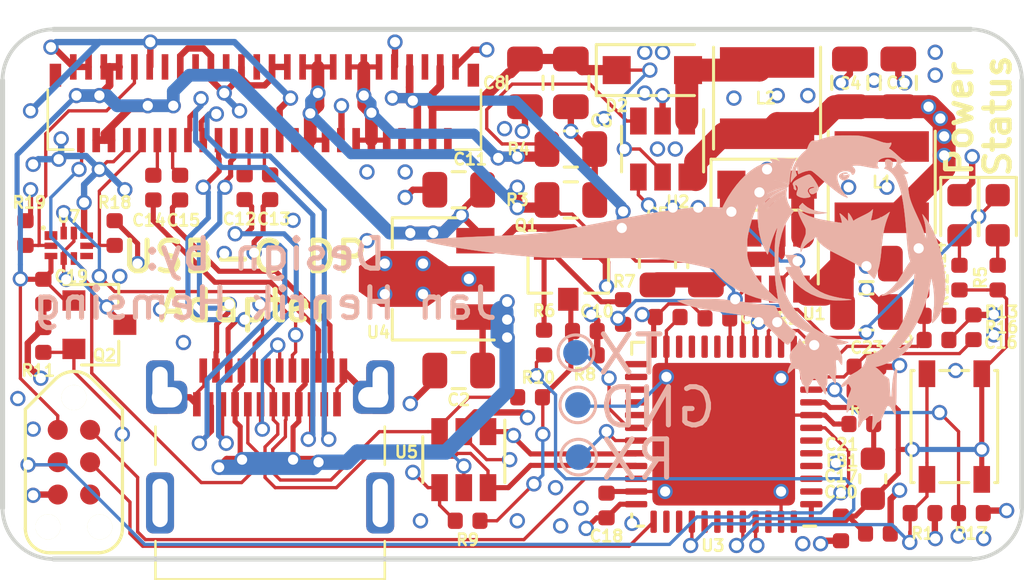
<source format=kicad_pcb>
(kicad_pcb (version 20171130) (host pcbnew "(5.1.12)-1")
  (layers (0 F.Cu signal) (1 In1.Cu signal) (2 In2.Cu signal) (31 B.Cu signal) (34 B.Paste user hide) (35 F.Paste user hide) (36 B.SilkS user hide) (37 F.SilkS user hide) (38 B.Mask user hide) (39 F.Mask user hide) (44 Edge.Cuts user))
  (net 0 "")
  (net 1 GND)
  (net 2 L1_P)
  (net 3 L1_N)
  (net 4 +5V)
  (net 5 CC2)
  (net 6 USB_P)
  (net 7 USB_N)
  (net 8 SBU2)
  (net 9 L2_N)
  (net 10 SBU1)
  (net 11 L2_P)
  (net 12 CC1)
  (net 13 +3V3)
  (net 14 SWDIO)
  (net 15 NRST)
  (net 16 SWCLK)
  (net 17 "Net-(P1-Pad6)")
  (net 18 "Net-(U7-Pad1)")
  (net 19 AUX_P)
  (net 20 "Net-(U7-Pad6)")
  (net 21 AUX_N)
  (net 22 SBU_ENABLE)
  (net 23 LEDA2)
  (net 24 LEDA1)
  (net 25 LEDC1)
  (net 26 L3_P)
  (net 27 LEDC2)
  (net 28 L0_N)
  (net 29 HPD)
  (net 30 L0_P)
  (net 31 L3_N)
  (net 32 "Net-(TP2-Pad1)")
  (net 33 "Net-(TP1-Pad1)")
  (net 34 VBUS_SENSE)
  (net 35 RXREF)
  (net 36 _DP_AUX_N)
  (net 37 "Net-(C10-Pad1)")
  (net 38 _DP_AUX_P)
  (net 39 "Net-(Q1-Pad2)")
  (net 40 CC_RX)
  (net 41 STM_HPD)
  (net 42 "Net-(D3-Pad2)")
  (net 43 PWM)
  (net 44 DFU)
  (net 45 CC_TX)
  (net 46 "Net-(D4-Pad2)")
  (net 47 "Net-(D1-Pad2)")
  (net 48 "Net-(D2-Pad2)")
  (net 49 "Net-(U3-Pad2)")
  (net 50 "Net-(U3-Pad3)")
  (net 51 "Net-(U3-Pad4)")
  (net 52 "Net-(U3-Pad5)")
  (net 53 "Net-(U3-Pad6)")
  (net 54 VDDA)
  (net 55 "Net-(U3-Pad13)")
  (net 56 "Net-(D3-Pad1)")
  (net 57 "Net-(U3-Pad19)")
  (net 58 "Net-(U3-Pad20)")
  (net 59 "Net-(U3-Pad21)")
  (net 60 "Net-(U3-Pad22)")
  (net 61 "Net-(U3-Pad25)")
  (net 62 "Net-(U3-Pad26)")
  (net 63 "Net-(U3-Pad27)")
  (net 64 "Net-(U3-Pad28)")
  (net 65 "Net-(U3-Pad29)")
  (net 66 "Net-(U3-Pad38)")
  (net 67 "Net-(U3-Pad39)")
  (net 68 "Net-(U3-Pad41)")
  (net 69 "Net-(U3-Pad42)")
  (net 70 "Net-(U3-Pad43)")
  (net 71 "Net-(U3-Pad46)")
  (net 72 /_L3_N)
  (net 73 /_L3_P)
  (net 74 /_L0_N)
  (net 75 /_L0_P)
  (module otter:otter_laying_2_2012_mirror (layer B.Cu) (at 128.2 110 180)
    (fp_text reference G*** hide)
    (fp_text value LOGO hide)
  )
  (module Resistor_SMD:R_0805_2012Metric (layer F.Cu) (at 122.3 106.7)
    (fp_text reference R3 (at -2.1 0) (layer F.SilkS) (effects (font (size 0.45 0.45) (thickness 0.1))))
    (fp_text value 0.8)
    (pad 2 smd roundrect (at 0.9375 0) (size 0.975 1.4) (layers F.Cu F.Paste F.Mask) (net 1 GND))
    (pad 1 smd roundrect (at -0.9375 0) (size 0.975 1.4) (layers F.Cu F.Paste F.Mask) (net 27 LEDC2))
  )
  (module Resistor_SMD:R_0805_2012Metric (layer F.Cu) (at 122.3 104.7)
    (fp_text reference R4 (at -2.05 0) (layer F.SilkS) (effects (font (size 0.45 0.45) (thickness 0.1))))
    (fp_text value 0.8)
    (pad 1 smd roundrect (at -0.9375 0) (size 0.975 1.4) (layers F.Cu F.Paste F.Mask) (net 25 LEDC1))
    (pad 2 smd roundrect (at 0.9375 0) (size 0.975 1.4) (layers F.Cu F.Paste F.Mask) (net 1 GND))
  )
  (module Resistor_SMD:R_0402_1005Metric (layer F.Cu) (at 120.7 114.45)
    (fp_text reference R10 (at 0.325 -0.775) (layer F.SilkS) (effects (font (size 0.45 0.45) (thickness 0.1))))
    (fp_text value 0)
    (pad 2 smd roundrect (at 0.485 0) (size 0.59 0.64) (layers F.Cu F.Paste F.Mask) (net 37 "Net-(C10-Pad1)"))
    (pad 1 smd roundrect (at -0.485 0) (size 0.59 0.64) (layers F.Cu F.Paste F.Mask) (net 5 CC2))
  )
  (module Resistor_SMD:R_0402_1005Metric (layer F.Cu) (at 118.25 119.3)
    (fp_text reference R9 (at 0 0.75) (layer F.SilkS) (effects (font (size 0.45 0.45) (thickness 0.1))))
    (fp_text value 0)
    (pad 1 smd roundrect (at -0.485 0) (size 0.59 0.64) (layers F.Cu F.Paste F.Mask) (net 12 CC1))
    (pad 2 smd roundrect (at 0.485 0) (size 0.59 0.64) (layers F.Cu F.Paste F.Mask) (net 37 "Net-(C10-Pad1)"))
  )
  (module Capacitor_SMD:C_0402_1005Metric (layer F.Cu) (at 123.7 118.7 90)
    (fp_text reference C18 (at -1.2 0 180) (layer F.SilkS) (effects (font (size 0.45 0.45) (thickness 0.1))))
    (fp_text value 100n)
    (pad 1 smd roundrect (at -0.485 0 90) (size 0.59 0.64) (layers F.Cu F.Paste F.Mask) (net 13 +3V3))
    (pad 2 smd roundrect (at 0.485 0 90) (size 0.59 0.64) (layers F.Cu F.Paste F.Mask) (net 1 GND))
  )
  (module Capacitor_SMD:C_0402_1005Metric (layer F.Cu) (at 134.35 119.8)
    (fp_text reference C17 (at -1.45 -2.25) (layer F.SilkS) (effects (font (size 0.45 0.45) (thickness 0.1))))
    (fp_text value 100n)
    (pad 2 smd roundrect (at 0.485 0) (size 0.59 0.64) (layers F.Cu F.Paste F.Mask) (net 1 GND))
    (pad 1 smd roundrect (at -0.485 0) (size 0.59 0.64) (layers F.Cu F.Paste F.Mask) (net 13 +3V3))
  )
  (module Capacitor_SMD:C_0402_1005Metric (layer F.Cu) (at 136.65 112.2)
    (fp_text reference C16 (at 2.525 0.1) (layer F.SilkS) (effects (font (size 0.45 0.45) (thickness 0.1))))
    (fp_text value 100n)
    (pad 1 smd roundrect (at -0.485 0) (size 0.59 0.64) (layers F.Cu F.Paste F.Mask) (net 34 VBUS_SENSE))
    (pad 2 smd roundrect (at 0.485 0) (size 0.59 0.64) (layers F.Cu F.Paste F.Mask) (net 1 GND))
  )
  (module Capacitor_SMD:C_0402_1005Metric (layer F.Cu) (at 106.96538 106.214645 270)
    (fp_text reference C15 (at 1.285355 -0.13462) (layer F.SilkS) (effects (font (size 0.45 0.45) (thickness 0.1))))
    (fp_text value 100n)
    (pad 2 smd roundrect (at 0.485 0 270) (size 0.59 0.64) (layers F.Cu F.Paste F.Mask) (net 75 /_L0_P))
    (pad 1 smd roundrect (at -0.485 0 270) (size 0.59 0.64) (layers F.Cu F.Paste F.Mask) (net 30 L0_P))
  )
  (module Capacitor_SMD:C_0402_1005Metric (layer F.Cu) (at 110.5 106.2 270)
    (fp_text reference C13 (at 1.25 -0.15) (layer F.SilkS) (effects (font (size 0.45 0.45) (thickness 0.1))))
    (fp_text value 100n)
    (pad 1 smd roundrect (at -0.485 0 270) (size 0.59 0.64) (layers F.Cu F.Paste F.Mask) (net 26 L3_P))
    (pad 2 smd roundrect (at 0.485 0 270) (size 0.59 0.64) (layers F.Cu F.Paste F.Mask) (net 73 /_L3_P))
  )
  (module Capacitor_SMD:C_0402_1005Metric (layer F.Cu) (at 109.5 106.2 270)
    (fp_text reference C12 (at 1.25 0.2) (layer F.SilkS) (effects (font (size 0.45 0.45) (thickness 0.1))))
    (fp_text value 100n)
    (pad 2 smd roundrect (at 0.485 0 270) (size 0.59 0.64) (layers F.Cu F.Paste F.Mask) (net 72 /_L3_N))
    (pad 1 smd roundrect (at -0.485 0 270) (size 0.59 0.64) (layers F.Cu F.Paste F.Mask) (net 31 L3_N))
  )
  (module Capacitor_SMD:C_0402_1005Metric (layer F.Cu) (at 101.6 110.3 270)
    (fp_text reference C19 (at -0.6 -1.1 180) (layer F.SilkS) (effects (font (size 0.45 0.45) (thickness 0.1))))
    (fp_text value 100n)
    (pad 1 smd roundrect (at -0.485 0 270) (size 0.59 0.64) (layers F.Cu F.Paste F.Mask) (net 13 +3V3))
    (pad 2 smd roundrect (at 0.485 0 270) (size 0.59 0.64) (layers F.Cu F.Paste F.Mask) (net 1 GND))
  )
  (module Capacitor_SMD:C_0402_1005Metric (layer F.Cu) (at 122.85 111.85)
    (fp_text reference C10 (at 0.475 -0.775) (layer F.SilkS) (effects (font (size 0.45 0.45) (thickness 0.1))))
    (fp_text value 820p)
    (pad 2 smd roundrect (at 0.485 0) (size 0.59 0.64) (layers F.Cu F.Paste F.Mask) (net 1 GND))
    (pad 1 smd roundrect (at -0.485 0) (size 0.59 0.64) (layers F.Cu F.Paste F.Mask) (net 37 "Net-(C10-Pad1)"))
  )
  (module Capacitor_SMD:C_0402_1005Metric (layer F.Cu) (at 132.9 119.6 270)
    (fp_text reference C20 (at -1.425 0) (layer F.SilkS) (effects (font (size 0.45 0.45) (thickness 0.1))))
    (fp_text value 100n)
    (pad 1 smd roundrect (at -0.485 0 270) (size 0.59 0.64) (layers F.Cu F.Paste F.Mask) (net 13 +3V3))
    (pad 2 smd roundrect (at 0.485 0 270) (size 0.59 0.64) (layers F.Cu F.Paste F.Mask) (net 1 GND))
  )
  (module Capacitor_SMD:C_0402_1005Metric (layer F.Cu) (at 133.7 115.5 180)
    (fp_text reference C21 (at 0.775 -0.8 180) (layer F.SilkS) (effects (font (size 0.45 0.45) (thickness 0.1))))
    (fp_text value 100n)
    (pad 2 smd roundrect (at 0.485 0 180) (size 0.59 0.64) (layers F.Cu F.Paste F.Mask) (net 1 GND))
    (pad 1 smd roundrect (at -0.485 0 180) (size 0.59 0.64) (layers F.Cu F.Paste F.Mask) (net 54 VDDA))
  )
  (module Capacitor_SMD:C_0402_1005Metric (layer F.Cu) (at 126.1 111.3)
    (fp_text reference C22 (at 3.5 0.025) (layer F.SilkS) (effects (font (size 0.45 0.45) (thickness 0.1))))
    (fp_text value 100n)
    (pad 1 smd roundrect (at -0.485 0) (size 0.59 0.64) (layers F.Cu F.Paste F.Mask) (net 13 +3V3))
    (pad 2 smd roundrect (at 0.485 0) (size 0.59 0.64) (layers F.Cu F.Paste F.Mask) (net 1 GND))
  )
  (module Capacitor_SMD:C_0402_1005Metric (layer F.Cu) (at 133.9 113.25)
    (fp_text reference C23 (at 0.025 -0.75) (layer F.SilkS) (effects (font (size 0.45 0.45) (thickness 0.1))))
    (fp_text value 220n)
    (pad 2 smd roundrect (at 0.485 0) (size 0.59 0.64) (layers F.Cu F.Paste F.Mask) (net 1 GND))
    (pad 1 smd roundrect (at -0.485 0) (size 0.59 0.64) (layers F.Cu F.Paste F.Mask) (net 35 RXREF))
  )
  (module Capacitor_SMD:C_0402_1005Metric (layer F.Cu) (at 105.91538 106.214645 270)
    (fp_text reference C14 (at 1.285355 0.16538) (layer F.SilkS) (effects (font (size 0.45 0.45) (thickness 0.1))))
    (fp_text value 100n)
    (pad 1 smd roundrect (at -0.485 0 270) (size 0.59 0.64) (layers F.Cu F.Paste F.Mask) (net 28 L0_N))
    (pad 2 smd roundrect (at 0.485 0 270) (size 0.59 0.64) (layers F.Cu F.Paste F.Mask) (net 74 /_L0_N))
  )
  (module Inductor_SMD:L_0603_1608Metric (layer F.Cu) (at 134.15 117.65 270)
    (fp_text reference FB1 (at -0.7 1.2 180) (layer F.SilkS) (effects (font (size 0.45 0.45) (thickness 0.1))))
    (fp_text value FERRET)
    (pad 1 smd roundrect (at -0.7875 0 270) (size 0.875 0.95) (layers F.Cu F.Paste F.Mask) (net 54 VDDA))
    (pad 2 smd roundrect (at 0.7875 0 270) (size 0.875 0.95) (layers F.Cu F.Paste F.Mask) (net 13 +3V3))
  )
  (module Resistor_SMD:R_0402_1005Metric (layer F.Cu) (at 124.35 111.1 270)
    (fp_text reference R7 (at -1.2 -0.05) (layer F.SilkS) (effects (font (size 0.45 0.45) (thickness 0.1))))
    (fp_text value 75)
    (pad 1 smd roundrect (at -0.485 0 270) (size 0.59 0.64) (layers F.Cu F.Paste F.Mask) (net 39 "Net-(Q1-Pad2)"))
    (pad 2 smd roundrect (at 0.485 0 270) (size 0.59 0.64) (layers F.Cu F.Paste F.Mask) (net 40 CC_RX))
  )
  (module Resistor_SMD:R_0402_1005Metric (layer F.Cu) (at 136.1 119 180)
    (fp_text reference R1 (at 0 -0.8 180) (layer F.SilkS) (effects (font (size 0.45 0.45) (thickness 0.1))))
    (fp_text value 5k1)
    (pad 2 smd roundrect (at 0.485 0 180) (size 0.59 0.64) (layers F.Cu F.Paste F.Mask) (net 44 DFU))
    (pad 1 smd roundrect (at -0.485 0 180) (size 0.59 0.64) (layers F.Cu F.Paste F.Mask) (net 1 GND))
  )
  (module Resistor_SMD:R_0402_1005Metric (layer F.Cu) (at 128.05 111.35)
    (fp_text reference R2 (at 2.775 0) (layer F.SilkS) (effects (font (size 0.45 0.45) (thickness 0.1))))
    (fp_text value 5k1)
    (pad 1 smd roundrect (at -0.485 0) (size 0.59 0.64) (layers F.Cu F.Paste F.Mask) (net 13 +3V3))
    (pad 2 smd roundrect (at 0.485 0) (size 0.59 0.64) (layers F.Cu F.Paste F.Mask) (net 43 PWM))
  )
  (module Resistor_SMD:R_0402_1005Metric (layer F.Cu) (at 139.05 109.75 270)
    (fp_text reference R5 (at 0 0.675 270) (layer F.SilkS) (effects (font (size 0.45 0.45) (thickness 0.1))))
    (fp_text value 1k)
    (pad 2 smd roundrect (at 0.485 0 270) (size 0.59 0.64) (layers F.Cu F.Paste F.Mask) (net 13 +3V3))
    (pad 1 smd roundrect (at -0.485 0 270) (size 0.59 0.64) (layers F.Cu F.Paste F.Mask) (net 42 "Net-(D3-Pad2)"))
  )
  (module Resistor_SMD:R_0402_1005Metric (layer F.Cu) (at 101.6 112.2 270)
    (fp_text reference R11 (at 1.2 0.2) (layer F.SilkS) (effects (font (size 0.45 0.45) (thickness 0.1))))
    (fp_text value 1M)
    (pad 1 smd roundrect (at -0.485 0 270) (size 0.59 0.64) (layers F.Cu F.Paste F.Mask) (net 1 GND))
    (pad 2 smd roundrect (at 0.485 0 270) (size 0.59 0.64) (layers F.Cu F.Paste F.Mask) (net 41 STM_HPD))
  )
  (module Resistor_SMD:R_0402_1005Metric (layer F.Cu) (at 121.25 112.3 270)
    (fp_text reference R6 (at -1.25 0) (layer F.SilkS) (effects (font (size 0.45 0.45) (thickness 0.1))))
    (fp_text value 169)
    (pad 2 smd roundrect (at 0.485 0 270) (size 0.59 0.64) (layers F.Cu F.Paste F.Mask) (net 45 CC_TX))
    (pad 1 smd roundrect (at -0.485 0 270) (size 0.59 0.64) (layers F.Cu F.Paste F.Mask) (net 39 "Net-(Q1-Pad2)"))
  )
  (module Resistor_SMD:R_0402_1005Metric (layer F.Cu) (at 137.55 109.75 270)
    (fp_text reference R12 (at 0.475 0.675 270) (layer F.SilkS) (effects (font (size 0.45 0.45) (thickness 0.1))))
    (fp_text value 1k)
    (pad 1 smd roundrect (at -0.485 0 270) (size 0.59 0.64) (layers F.Cu F.Paste F.Mask) (net 46 "Net-(D4-Pad2)"))
    (pad 2 smd roundrect (at 0.485 0 270) (size 0.59 0.64) (layers F.Cu F.Paste F.Mask) (net 13 +3V3))
  )
  (module Resistor_SMD:R_0402_1005Metric (layer F.Cu) (at 100.9 108 90)
    (fp_text reference R19 (at 1.2 0.15 180) (layer F.SilkS) (effects (font (size 0.45 0.45) (thickness 0.1))))
    (fp_text value 0)
    (pad 2 smd roundrect (at 0.485 0 90) (size 0.59 0.64) (layers F.Cu F.Paste F.Mask) (net 38 _DP_AUX_P))
    (pad 1 smd roundrect (at -0.485 0 90) (size 0.59 0.64) (layers F.Cu F.Paste F.Mask) (net 19 AUX_P))
  )
  (module Resistor_SMD:R_0402_1005Metric (layer F.Cu) (at 122.85 112.8)
    (fp_text reference R8 (at 0 0.75) (layer F.SilkS) (effects (font (size 0.45 0.45) (thickness 0.1))))
    (fp_text value 5k1)
    (pad 1 smd roundrect (at -0.485 0) (size 0.59 0.64) (layers F.Cu F.Paste F.Mask) (net 37 "Net-(C10-Pad1)"))
    (pad 2 smd roundrect (at 0.485 0) (size 0.59 0.64) (layers F.Cu F.Paste F.Mask) (net 1 GND))
  )
  (module Resistor_SMD:R_0402_1005Metric (layer F.Cu) (at 136.05 109.8 270)
    (fp_text reference R14 (at -0.8 -0.725 270) (layer F.SilkS) (effects (font (size 0.45 0.45) (thickness 0.1))))
    (fp_text value 1k5)
    (pad 2 smd roundrect (at 0.485 0 270) (size 0.59 0.64) (layers F.Cu F.Paste F.Mask) (net 34 VBUS_SENSE))
    (pad 1 smd roundrect (at -0.485 0 270) (size 0.59 0.64) (layers F.Cu F.Paste F.Mask) (net 1 GND))
  )
  (module Resistor_SMD:R_0402_1005Metric (layer F.Cu) (at 104.4 108 90)
    (fp_text reference R18 (at 1.2 0 180) (layer F.SilkS) (effects (font (size 0.45 0.45) (thickness 0.1))))
    (fp_text value 0)
    (pad 1 smd roundrect (at -0.485 0 90) (size 0.59 0.64) (layers F.Cu F.Paste F.Mask) (net 21 AUX_N))
    (pad 2 smd roundrect (at 0.485 0 90) (size 0.59 0.64) (layers F.Cu F.Paste F.Mask) (net 36 _DP_AUX_N))
  )
  (module Resistor_SMD:R_0402_1005Metric (layer F.Cu) (at 133.9 114.2)
    (fp_text reference R15 (at 0 0.7) (layer F.SilkS) (effects (font (size 0.45 0.45) (thickness 0.1))))
    (fp_text value 24k)
    (pad 2 smd roundrect (at 0.485 0) (size 0.59 0.64) (layers F.Cu F.Paste F.Mask) (net 13 +3V3))
    (pad 1 smd roundrect (at -0.485 0) (size 0.59 0.64) (layers F.Cu F.Paste F.Mask) (net 35 RXREF))
  )
  (module Resistor_SMD:R_0402_1005Metric (layer F.Cu) (at 138.1 111.7 270)
    (fp_text reference R16 (at 0 -1.1) (layer F.SilkS) (effects (font (size 0.45 0.45) (thickness 0.1))))
    (fp_text value 4k7)
    (pad 1 smd roundrect (at -0.485 0 270) (size 0.59 0.64) (layers F.Cu F.Paste F.Mask) (net 1 GND))
    (pad 2 smd roundrect (at 0.485 0 270) (size 0.59 0.64) (layers F.Cu F.Paste F.Mask) (net 35 RXREF))
  )
  (module Resistor_SMD:R_0402_1005Metric (layer F.Cu) (at 138 119 180)
    (fp_text reference R17 (at 0 -0.8 180) (layer F.SilkS) (effects (font (size 0.45 0.45) (thickness 0.1))))
    (fp_text value 24k)
    (pad 2 smd roundrect (at 0.485 0 180) (size 0.59 0.64) (layers F.Cu F.Paste F.Mask) (net 22 SBU_ENABLE))
    (pad 1 smd roundrect (at -0.485 0 180) (size 0.59 0.64) (layers F.Cu F.Paste F.Mask) (net 1 GND))
  )
  (module Resistor_SMD:R_0402_1005Metric (layer F.Cu) (at 136.65 111.25)
    (fp_text reference R13 (at 2.55 -0.15) (layer F.SilkS) (effects (font (size 0.45 0.45) (thickness 0.1))))
    (fp_text value 8k2)
    (pad 1 smd roundrect (at -0.485 0) (size 0.59 0.64) (layers F.Cu F.Paste F.Mask) (net 34 VBUS_SENSE))
    (pad 2 smd roundrect (at 0.485 0) (size 0.59 0.64) (layers F.Cu F.Paste F.Mask) (net 4 +5V))
  )
  (module Package_TO_SOT_SMD:SOT-89-3 (layer F.Cu) (at 117.073799 109.8 180)
    (fp_text reference U4 (at 2.323799 -2.1 180) (layer F.SilkS) (effects (font (size 0.45 0.45) (thickness 0.1))))
    (fp_text value AP2204R-3.3)
    (pad 2 smd trapezoid (at 2.667 0 90) (size 1.6 0.85) (rect_delta 0 0.6) (layers F.Cu F.Paste F.Mask) (net 1 GND))
    (pad 1 smd rect (at -1.48 -1.5 90) (size 1 1.5) (layers F.Cu F.Paste F.Mask) (net 4 +5V))
    (pad 2 smd rect (at -1.3335 0 90) (size 1 1.8) (layers F.Cu F.Paste F.Mask) (net 1 GND))
    (pad 3 smd rect (at -1.48 1.5 90) (size 1 1.5) (layers F.Cu F.Paste F.Mask) (net 13 +3V3))
    (pad 2 smd rect (at 1.3335 0 90) (size 2.2 1.84) (layers F.Cu F.Paste F.Mask) (net 1 GND))
    (pad 2 smd trapezoid (at -0.0762 0 270) (size 1.5 1) (rect_delta 0 0.7) (layers F.Cu F.Paste F.Mask) (net 1 GND))
  )
  (module Button_Switch_SMD:SW_SPST_PTS810 (layer F.Cu) (at 137.35 115.6 90)
    (fp_text reference SW1 hide)
    (fp_text value DFU)
    (pad 1 smd rect (at -2.075 -1.075 90) (size 1.05 0.65) (layers F.Cu F.Paste F.Mask) (net 44 DFU))
    (pad 1 smd rect (at 2.075 -1.075 90) (size 1.05 0.65) (layers F.Cu F.Paste F.Mask) (net 44 DFU))
    (pad 2 smd rect (at -2.075 1.075 90) (size 1.05 0.65) (layers F.Cu F.Paste F.Mask) (net 13 +3V3))
    (pad 2 smd rect (at 2.075 1.075 90) (size 1.05 0.65) (layers F.Cu F.Paste F.Mask) (net 13 +3V3))
  )
  (module Capacitor_SMD:C_0805_2012Metric (layer F.Cu) (at 122.3 102.1 270)
    (fp_text reference C6 (at 1.5 -1.2) (layer F.SilkS) (effects (font (size 0.45 0.45) (thickness 0.1))))
    (fp_text value 2.2uF)
    (pad 2 smd roundrect (at 0.9375 0 270) (size 0.975 1.4) (layers F.Cu F.Paste F.Mask) (net 1 GND))
    (pad 1 smd roundrect (at -0.9375 0 270) (size 0.975 1.4) (layers F.Cu F.Paste F.Mask) (net 24 LEDA1))
  )
  (module Capacitor_SMD:C_0805_2012Metric (layer F.Cu) (at 135.15 102.099999 90)
    (fp_text reference C1 (at -0.000001 -0.025 180) (layer F.SilkS) (effects (font (size 0.45 0.45) (thickness 0.1))))
    (fp_text value 2.2uF)
    (pad 1 smd roundrect (at -0.9375 0 90) (size 0.975 1.4) (layers F.Cu F.Paste F.Mask) (net 4 +5V))
    (pad 2 smd roundrect (at 0.9375 0 90) (size 0.975 1.4) (layers F.Cu F.Paste F.Mask) (net 1 GND))
  )
  (module Capacitor_SMD:C_0805_2012Metric (layer F.Cu) (at 133.25 102.099999 90)
    (fp_text reference C4 (at -0.025001 0 180) (layer F.SilkS) (effects (font (size 0.45 0.45) (thickness 0.1))))
    (fp_text value 2.2uF)
    (pad 2 smd roundrect (at 0.9375 0 90) (size 0.975 1.4) (layers F.Cu F.Paste F.Mask) (net 1 GND))
    (pad 1 smd roundrect (at -0.9375 0 90) (size 0.975 1.4) (layers F.Cu F.Paste F.Mask) (net 4 +5V))
  )
  (module Capacitor_SMD:C_0805_2012Metric (layer F.Cu) (at 133.9 109.2)
    (fp_text reference C3 (at 2.1 -0.675) (layer F.SilkS) (effects (font (size 0.45 0.45) (thickness 0.1))))
    (fp_text value 2.2uF)
    (pad 1 smd roundrect (at -0.9375 0) (size 0.975 1.4) (layers F.Cu F.Paste F.Mask) (net 4 +5V))
    (pad 2 smd roundrect (at 0.9375 0) (size 0.975 1.4) (layers F.Cu F.Paste F.Mask) (net 1 GND))
  )
  (module Capacitor_SMD:C_0805_2012Metric (layer F.Cu) (at 125.7 109.1 270)
    (fp_text reference C5 (at -1.85 0) (layer F.SilkS) (effects (font (size 0.45 0.45) (thickness 0.1))))
    (fp_text value 2.2uF)
    (pad 2 smd roundrect (at 0.9375 0 270) (size 0.975 1.4) (layers F.Cu F.Paste F.Mask) (net 1 GND))
    (pad 1 smd roundrect (at -0.9375 0 270) (size 0.975 1.4) (layers F.Cu F.Paste F.Mask) (net 23 LEDA2))
  )
  (module Capacitor_SMD:C_0805_2012Metric (layer F.Cu) (at 127.6 109.1 270)
    (fp_text reference C7 (at -1.825 0.35) (layer F.SilkS) (effects (font (size 0.45 0.45) (thickness 0.1))))
    (fp_text value 2.2uF)
    (pad 1 smd roundrect (at -0.9375 0 270) (size 0.975 1.4) (layers F.Cu F.Paste F.Mask) (net 23 LEDA2))
    (pad 2 smd roundrect (at 0.9375 0 270) (size 0.975 1.4) (layers F.Cu F.Paste F.Mask) (net 1 GND))
  )
  (module Capacitor_SMD:C_0805_2012Metric (layer F.Cu) (at 120.5 102.1 270)
    (fp_text reference C8 (at 0 1.2) (layer F.SilkS) (effects (font (size 0.45 0.45) (thickness 0.1))))
    (fp_text value 2.2uF)
    (pad 2 smd roundrect (at 0.9375 0 270) (size 0.975 1.4) (layers F.Cu F.Paste F.Mask) (net 1 GND))
    (pad 1 smd roundrect (at -0.9375 0 270) (size 0.975 1.4) (layers F.Cu F.Paste F.Mask) (net 24 LEDA1))
  )
  (module Capacitor_SMD:C_0805_2012Metric (layer F.Cu) (at 133.9 111.1)
    (fp_text reference C9 (at 1.4 1.15) (layer F.SilkS) (effects (font (size 0.45 0.45) (thickness 0.1))))
    (fp_text value 2.2uF)
    (pad 1 smd roundrect (at -0.9375 0) (size 0.975 1.4) (layers F.Cu F.Paste F.Mask) (net 4 +5V))
    (pad 2 smd roundrect (at 0.9375 0) (size 0.975 1.4) (layers F.Cu F.Paste F.Mask) (net 1 GND))
  )
  (module Capacitor_SMD:C_0805_2012Metric (layer F.Cu) (at 117.9 113.4 180)
    (fp_text reference C2 (at 0 -1.15 180) (layer F.SilkS) (effects (font (size 0.45 0.45) (thickness 0.1))))
    (fp_text value 2.2uF)
    (pad 2 smd roundrect (at 0.9375 0 180) (size 0.975 1.4) (layers F.Cu F.Paste F.Mask) (net 1 GND))
    (pad 1 smd roundrect (at -0.9375 0 180) (size 0.975 1.4) (layers F.Cu F.Paste F.Mask) (net 4 +5V))
  )
  (module Capacitor_SMD:C_0805_2012Metric (layer F.Cu) (at 117.9 106.3 180)
    (fp_text reference C11 (at -0.45 1.2 180) (layer F.SilkS) (effects (font (size 0.45 0.45) (thickness 0.1))))
    (fp_text value 2.2uF)
    (pad 1 smd roundrect (at -0.9375 0 180) (size 0.975 1.4) (layers F.Cu F.Paste F.Mask) (net 13 +3V3))
    (pad 2 smd roundrect (at 0.9375 0 180) (size 0.975 1.4) (layers F.Cu F.Paste F.Mask) (net 1 GND))
  )
  (module Diode_SMD:D_SOD-123F (layer F.Cu) (at 125.5 101.6)
    (fp_text reference D2 (at -1.4 1.4) (layer F.SilkS) (effects (font (size 0.45 0.45) (thickness 0.1))))
    (fp_text value SM4007PL)
    (pad 2 smd rect (at 1.4 0) (size 1.1 1.1) (layers F.Cu F.Paste F.Mask) (net 48 "Net-(D2-Pad2)"))
    (pad 1 smd rect (at -1.4 0) (size 1.1 1.1) (layers F.Cu F.Paste F.Mask) (net 24 LEDA1))
  )
  (module Diode_SMD:D_SOD-123F (layer F.Cu) (at 130 106.1)
    (fp_text reference D1 (at -1.4 1.375) (layer F.SilkS) (effects (font (size 0.45 0.45) (thickness 0.1))))
    (fp_text value SM4007PL)
    (pad 1 smd rect (at -1.4 0) (size 1.1 1.1) (layers F.Cu F.Paste F.Mask) (net 23 LEDA2))
    (pad 2 smd rect (at 1.4 0) (size 1.1 1.1) (layers F.Cu F.Paste F.Mask) (net 47 "Net-(D1-Pad2)"))
  )
  (module Inductor_SMD:L_Taiyo-Yuden_MD-4040 (layer F.Cu) (at 134.5 106 90)
    (fp_text reference L1 (at 0 0.025 180) (layer F.SilkS) (effects (font (size 0.45 0.45) (thickness 0.1))))
    (fp_text value 22uH)
    (pad 2 smd rect (at 1.4 0 90) (size 1.2 3.7) (layers F.Cu F.Paste F.Mask) (net 47 "Net-(D1-Pad2)"))
    (pad 1 smd rect (at -1.4 0 90) (size 1.2 3.7) (layers F.Cu F.Paste F.Mask) (net 4 +5V))
  )
  (module Inductor_SMD:L_Taiyo-Yuden_MD-4040 (layer F.Cu) (at 130 102.7 90)
    (fp_text reference L2 (at 0 -0.05 180) (layer F.SilkS) (effects (font (size 0.45 0.45) (thickness 0.1))))
    (fp_text value 22uH)
    (pad 1 smd rect (at -1.4 0 90) (size 1.2 3.7) (layers F.Cu F.Paste F.Mask) (net 4 +5V))
    (pad 2 smd rect (at 1.4 0 90) (size 1.2 3.7) (layers F.Cu F.Paste F.Mask) (net 48 "Net-(D2-Pad2)"))
  )
  (module LED_SMD:LED_0603_1608Metric (layer F.Cu) (at 137.55 107.3 270)
    (fp_text reference D4 hide)
    (fp_text value LED)
    (pad 2 smd roundrect (at 0.7875 0 270) (size 0.875 0.95) (layers F.Cu F.Paste F.Mask) (net 46 "Net-(D4-Pad2)"))
    (pad 1 smd roundrect (at -0.7875 0 270) (size 0.875 0.95) (layers F.Cu F.Paste F.Mask) (net 1 GND))
  )
  (module LED_SMD:LED_0603_1608Metric (layer F.Cu) (at 139.05 107.3 270)
    (fp_text reference D3 hide)
    (fp_text value LED)
    (pad 1 smd roundrect (at -0.7875 0 270) (size 0.875 0.95) (layers F.Cu F.Paste F.Mask) (net 56 "Net-(D3-Pad1)"))
    (pad 2 smd roundrect (at 0.7875 0 270) (size 0.875 0.95) (layers F.Cu F.Paste F.Mask) (net 42 "Net-(D3-Pad2)"))
  )
  (module Package_DFN_QFN:QFN-48-1EP_7x7mm_P0.5mm_EP5.6x5.6mm (layer F.Cu) (at 128.3 115.9 180)
    (fp_text reference U3 (at 0.425 -4.375 180) (layer F.SilkS) (effects (font (size 0.45 0.45) (thickness 0.1))))
    (fp_text value STM32F072CBUx)
    (pad 49 smd roundrect (at 0 0 180) (size 5.6 5.6) (layers F.Cu F.Mask) (roundrect_rratio 0.044643) (net 1 GND))
    (pad 1 smd roundrect (at -3.4375 -2.75 180) (size 0.875 0.25) (layers F.Cu F.Paste F.Mask) (net 13 +3V3))
    (pad 2 smd roundrect (at -3.4375 -2.25 180) (size 0.875 0.25) (layers F.Cu F.Paste F.Mask) (net 49 "Net-(U3-Pad2)"))
    (pad 3 smd roundrect (at -3.4375 -1.75 180) (size 0.875 0.25) (layers F.Cu F.Paste F.Mask) (net 50 "Net-(U3-Pad3)"))
    (pad 4 smd roundrect (at -3.4375 -1.25 180) (size 0.875 0.25) (layers F.Cu F.Paste F.Mask) (net 51 "Net-(U3-Pad4)"))
    (pad 5 smd roundrect (at -3.4375 -0.75 180) (size 0.875 0.25) (layers F.Cu F.Paste F.Mask) (net 52 "Net-(U3-Pad5)"))
    (pad 6 smd roundrect (at -3.4375 -0.25 180) (size 0.875 0.25) (layers F.Cu F.Paste F.Mask) (net 53 "Net-(U3-Pad6)"))
    (pad 7 smd roundrect (at -3.4375 0.25 180) (size 0.875 0.25) (layers F.Cu F.Paste F.Mask) (net 15 NRST))
    (pad 8 smd roundrect (at -3.4375 0.75 180) (size 0.875 0.25) (layers F.Cu F.Paste F.Mask) (net 1 GND))
    (pad 9 smd roundrect (at -3.4375 1.25 180) (size 0.875 0.25) (layers F.Cu F.Paste F.Mask) (net 54 VDDA))
    (pad 10 smd roundrect (at -3.4375 1.75 180) (size 0.875 0.25) (layers F.Cu F.Paste F.Mask) (net 22 SBU_ENABLE))
    (pad 11 smd roundrect (at -3.4375 2.25 180) (size 0.875 0.25) (layers F.Cu F.Paste F.Mask) (net 35 RXREF))
    (pad 12 smd roundrect (at -3.4375 2.75 180) (size 0.875 0.25) (layers F.Cu F.Paste F.Mask) (net 34 VBUS_SENSE))
    (pad 13 smd roundrect (at -2.75 3.4375 180) (size 0.25 0.875) (layers F.Cu F.Paste F.Mask) (net 55 "Net-(U3-Pad13)"))
    (pad 14 smd roundrect (at -2.25 3.4375 180) (size 0.25 0.875) (layers F.Cu F.Paste F.Mask) (net 40 CC_RX))
    (pad 15 smd roundrect (at -1.75 3.4375 180) (size 0.25 0.875) (layers F.Cu F.Paste F.Mask) (net 36 _DP_AUX_N))
    (pad 16 smd roundrect (at -1.25 3.4375 180) (size 0.25 0.875) (layers F.Cu F.Paste F.Mask) (net 38 _DP_AUX_P))
    (pad 17 smd roundrect (at -0.75 3.4375 180) (size 0.25 0.875) (layers F.Cu F.Paste F.Mask) (net 56 "Net-(D3-Pad1)"))
    (pad 18 smd roundrect (at -0.25 3.4375 180) (size 0.25 0.875) (layers F.Cu F.Paste F.Mask) (net 43 PWM))
    (pad 19 smd roundrect (at 0.25 3.4375 180) (size 0.25 0.875) (layers F.Cu F.Paste F.Mask) (net 57 "Net-(U3-Pad19)"))
    (pad 20 smd roundrect (at 0.75 3.4375 180) (size 0.25 0.875) (layers F.Cu F.Paste F.Mask) (net 58 "Net-(U3-Pad20)"))
    (pad 21 smd roundrect (at 1.25 3.4375 180) (size 0.25 0.875) (layers F.Cu F.Paste F.Mask) (net 59 "Net-(U3-Pad21)"))
    (pad 22 smd roundrect (at 1.75 3.4375 180) (size 0.25 0.875) (layers F.Cu F.Paste F.Mask) (net 60 "Net-(U3-Pad22)"))
    (pad 23 smd roundrect (at 2.25 3.4375 180) (size 0.25 0.875) (layers F.Cu F.Paste F.Mask) (net 1 GND))
    (pad 24 smd roundrect (at 2.75 3.4375 180) (size 0.25 0.875) (layers F.Cu F.Paste F.Mask) (net 13 +3V3))
    (pad 25 smd roundrect (at 3.4375 2.75 180) (size 0.875 0.25) (layers F.Cu F.Paste F.Mask) (net 61 "Net-(U3-Pad25)"))
    (pad 26 smd roundrect (at 3.4375 2.25 180) (size 0.875 0.25) (layers F.Cu F.Paste F.Mask) (net 62 "Net-(U3-Pad26)"))
    (pad 27 smd roundrect (at 3.4375 1.75 180) (size 0.875 0.25) (layers F.Cu F.Paste F.Mask) (net 63 "Net-(U3-Pad27)"))
    (pad 28 smd roundrect (at 3.4375 1.25 180) (size 0.875 0.25) (layers F.Cu F.Paste F.Mask) (net 64 "Net-(U3-Pad28)"))
    (pad 29 smd roundrect (at 3.4375 0.75 180) (size 0.875 0.25) (layers F.Cu F.Paste F.Mask) (net 65 "Net-(U3-Pad29)"))
    (pad 30 smd roundrect (at 3.4375 0.25 180) (size 0.875 0.25) (layers F.Cu F.Paste F.Mask) (net 33 "Net-(TP1-Pad1)"))
    (pad 31 smd roundrect (at 3.4375 -0.25 180) (size 0.875 0.25) (layers F.Cu F.Paste F.Mask) (net 32 "Net-(TP2-Pad1)"))
    (pad 32 smd roundrect (at 3.4375 -0.75 180) (size 0.875 0.25) (layers F.Cu F.Paste F.Mask) (net 7 USB_N))
    (pad 33 smd roundrect (at 3.4375 -1.25 180) (size 0.875 0.25) (layers F.Cu F.Paste F.Mask) (net 6 USB_P))
    (pad 34 smd roundrect (at 3.4375 -1.75 180) (size 0.875 0.25) (layers F.Cu F.Paste F.Mask) (net 14 SWDIO))
    (pad 35 smd roundrect (at 3.4375 -2.25 180) (size 0.875 0.25) (layers F.Cu F.Paste F.Mask) (net 1 GND))
    (pad 36 smd roundrect (at 3.4375 -2.75 180) (size 0.875 0.25) (layers F.Cu F.Paste F.Mask) (net 13 +3V3))
    (pad 37 smd roundrect (at 2.75 -3.4375 180) (size 0.25 0.875) (layers F.Cu F.Paste F.Mask) (net 16 SWCLK))
    (pad 38 smd roundrect (at 2.25 -3.4375 180) (size 0.25 0.875) (layers F.Cu F.Paste F.Mask) (net 66 "Net-(U3-Pad38)"))
    (pad 39 smd roundrect (at 1.75 -3.4375 180) (size 0.25 0.875) (layers F.Cu F.Paste F.Mask) (net 67 "Net-(U3-Pad39)"))
    (pad 40 smd roundrect (at 1.25 -3.4375 180) (size 0.25 0.875) (layers F.Cu F.Paste F.Mask) (net 45 CC_TX))
    (pad 41 smd roundrect (at 0.75 -3.4375 180) (size 0.25 0.875) (layers F.Cu F.Paste F.Mask) (net 68 "Net-(U3-Pad41)"))
    (pad 42 smd roundrect (at 0.25 -3.4375 180) (size 0.25 0.875) (layers F.Cu F.Paste F.Mask) (net 69 "Net-(U3-Pad42)"))
    (pad 43 smd roundrect (at -0.25 -3.4375 180) (size 0.25 0.875) (layers F.Cu F.Paste F.Mask) (net 70 "Net-(U3-Pad43)"))
    (pad 44 smd roundrect (at -0.75 -3.4375 180) (size 0.25 0.875) (layers F.Cu F.Paste F.Mask) (net 44 DFU))
    (pad 45 smd roundrect (at -1.25 -3.4375 180) (size 0.25 0.875) (layers F.Cu F.Paste F.Mask) (net 41 STM_HPD))
    (pad 46 smd roundrect (at -1.75 -3.4375 180) (size 0.25 0.875) (layers F.Cu F.Paste F.Mask) (net 71 "Net-(U3-Pad46)"))
    (pad 47 smd roundrect (at -2.25 -3.4375 180) (size 0.25 0.875) (layers F.Cu F.Paste F.Mask) (net 1 GND))
    (pad 48 smd roundrect (at -2.75 -3.4375 180) (size 0.25 0.875) (layers F.Cu F.Paste F.Mask) (net 13 +3V3))
  )
  (module Package_TO_SOT_SMD:SOT-23 (layer F.Cu) (at 103.8 111.6)
    (fp_text reference Q2 (at 0.2 1.2) (layer F.SilkS) (effects (font (size 0.45 0.45) (thickness 0.1))))
    (fp_text value 2N7002)
    (pad 3 smd rect (at 1 0) (size 0.9 0.8) (layers F.Cu F.Paste F.Mask) (net 29 HPD))
    (pad 2 smd rect (at -1 0.95) (size 0.9 0.8) (layers F.Cu F.Paste F.Mask) (net 41 STM_HPD))
    (pad 1 smd rect (at -1 -0.95) (size 0.9 0.8) (layers F.Cu F.Paste F.Mask) (net 13 +3V3))
  )
  (module Package_TO_SOT_SMD:SOT-23 (layer F.Cu) (at 122.2 109.6 270)
    (fp_text reference Q1 (at -1.9 1.65) (layer F.SilkS) (effects (font (size 0.45 0.45) (thickness 0.1))))
    (fp_text value 2N7002)
    (pad 1 smd rect (at -1 -0.95 270) (size 0.9 0.8) (layers F.Cu F.Paste F.Mask) (net 13 +3V3))
    (pad 2 smd rect (at -1 0.95 270) (size 0.9 0.8) (layers F.Cu F.Paste F.Mask) (net 39 "Net-(Q1-Pad2)"))
    (pad 3 smd rect (at 1 0 270) (size 0.9 0.8) (layers F.Cu F.Paste F.Mask) (net 37 "Net-(C10-Pad1)"))
  )
  (module Package_TO_SOT_SMD:SOT-23-6 (layer F.Cu) (at 125.9 104.7 270)
    (fp_text reference U2 (at 2.075 -0.6) (layer F.SilkS) (effects (font (size 0.45 0.45) (thickness 0.1))))
    (fp_text value SY7200AABC)
    (pad 1 smd rect (at -1.1 -0.95 270) (size 1.06 0.65) (layers F.Cu F.Paste F.Mask) (net 48 "Net-(D2-Pad2)"))
    (pad 2 smd rect (at -1.1 0 270) (size 1.06 0.65) (layers F.Cu F.Paste F.Mask) (net 1 GND))
    (pad 3 smd rect (at -1.1 0.95 270) (size 1.06 0.65) (layers F.Cu F.Paste F.Mask) (net 25 LEDC1))
    (pad 4 smd rect (at 1.1 0.95 270) (size 1.06 0.65) (layers F.Cu F.Paste F.Mask) (net 43 PWM))
    (pad 6 smd rect (at 1.1 -0.95 270) (size 1.06 0.65) (layers F.Cu F.Paste F.Mask) (net 4 +5V))
    (pad 5 smd rect (at 1.1 0 270) (size 1.06 0.65) (layers F.Cu F.Paste F.Mask) (net 24 LEDA1))
  )
  (module Package_TO_SOT_SMD:SOT-23-6 (layer F.Cu) (at 130.4 109.1 270)
    (fp_text reference U1 (at 2.075 -1.45) (layer F.SilkS) (effects (font (size 0.45 0.45) (thickness 0.1))))
    (fp_text value SY7200AABC)
    (pad 5 smd rect (at 1.1 0 270) (size 1.06 0.65) (layers F.Cu F.Paste F.Mask) (net 23 LEDA2))
    (pad 6 smd rect (at 1.1 -0.95 270) (size 1.06 0.65) (layers F.Cu F.Paste F.Mask) (net 4 +5V))
    (pad 4 smd rect (at 1.1 0.95 270) (size 1.06 0.65) (layers F.Cu F.Paste F.Mask) (net 43 PWM))
    (pad 3 smd rect (at -1.1 0.95 270) (size 1.06 0.65) (layers F.Cu F.Paste F.Mask) (net 27 LEDC2))
    (pad 2 smd rect (at -1.1 0 270) (size 1.06 0.65) (layers F.Cu F.Paste F.Mask) (net 1 GND))
    (pad 1 smd rect (at -1.1 -0.95 270) (size 1.06 0.65) (layers F.Cu F.Paste F.Mask) (net 47 "Net-(D1-Pad2)"))
  )
  (module Package_TO_SOT_SMD:SOT-23-6 (layer F.Cu) (at 118.1 116.9 270)
    (fp_text reference U5 (at -0.3 2.25) (layer F.SilkS) (effects (font (size 0.45 0.45) (thickness 0.1))))
    (fp_text value USBLC6-4)
    (pad 1 smd rect (at -1.1 -0.95 270) (size 1.06 0.65) (layers F.Cu F.Paste F.Mask) (net 7 USB_N))
    (pad 2 smd rect (at -1.1 0 270) (size 1.06 0.65) (layers F.Cu F.Paste F.Mask) (net 1 GND))
    (pad 3 smd rect (at -1.1 0.95 270) (size 1.06 0.65) (layers F.Cu F.Paste F.Mask) (net 5 CC2))
    (pad 4 smd rect (at 1.1 0.95 270) (size 1.06 0.65) (layers F.Cu F.Paste F.Mask) (net 12 CC1))
    (pad 6 smd rect (at 1.1 -0.95 270) (size 1.06 0.65) (layers F.Cu F.Paste F.Mask) (net 6 USB_P))
    (pad 5 smd rect (at 1.1 0 270) (size 1.06 0.65) (layers F.Cu F.Paste F.Mask) (net 4 +5V))
  )
  (module TestPoint:TestPoint_Pad_D1.0mm (layer B.Cu) (at 122.5 112.7)
    (fp_text reference TP1 hide)
    (fp_text value UART_TX)
    (pad 1 smd circle (at 0 0) (size 1 1) (layers B.Cu B.Mask) (net 33 "Net-(TP1-Pad1)"))
  )
  (module TestPoint:TestPoint_Pad_D1.0mm (layer B.Cu) (at 122.6 116.8)
    (fp_text reference TP2 hide)
    (fp_text value UART_RX)
    (pad 1 smd circle (at 0 0) (size 1 1) (layers B.Cu B.Mask) (net 32 "Net-(TP2-Pad1)"))
  )
  (module TestPoint:TestPoint_Pad_D1.0mm (layer B.Cu) (at 122.575 114.75)
    (fp_text reference TP3 hide)
    (fp_text value GND)
    (pad 1 smd circle (at 0 0) (size 1 1) (layers B.Cu B.Mask) (net 1 GND))
  )
  (module otter:5022505191 (layer F.Cu) (at 109.975 103.075 180)
    (fp_text reference U6 hide)
    (fp_text value 5022505191)
    (pad 44 smd rect (at -5.7 -1.275 180) (size 0.3 0.95) (layers F.Cu F.Paste F.Mask))
    (pad 46 smd rect (at -6.3 -1.275 180) (size 0.3 0.95) (layers F.Cu F.Paste F.Mask) (net 23 LEDA2))
    (pad 48 smd rect (at -6.9 -1.275 180) (size 0.3 0.95) (layers F.Cu F.Paste F.Mask) (net 24 LEDA1))
    (pad 42 smd rect (at -5.1 -1.275 180) (size 0.3 0.95) (layers F.Cu F.Paste F.Mask) (net 25 LEDC1))
    (pad 40 smd rect (at -4.5 -1.275 180) (size 0.3 0.95) (layers F.Cu F.Paste F.Mask) (net 25 LEDC1))
    (pad 38 smd rect (at -3.9 -1.275 180) (size 0.3 0.95) (layers F.Cu F.Paste F.Mask) (net 25 LEDC1))
    (pad 26 smd rect (at -0.3 -1.275 180) (size 0.3 0.95) (layers F.Cu F.Paste F.Mask) (net 26 L3_P))
    (pad 28 smd rect (at -0.9 -1.275 180) (size 0.3 0.95) (layers F.Cu F.Paste F.Mask) (net 1 GND))
    (pad 30 smd rect (at -1.5 -1.275 180) (size 0.3 0.95) (layers F.Cu F.Paste F.Mask) (net 27 LEDC2))
    (pad 36 smd rect (at -3.3 -1.275 180) (size 0.3 0.95) (layers F.Cu F.Paste F.Mask) (net 1 GND))
    (pad 34 smd rect (at -2.7 -1.275 180) (size 0.3 0.95) (layers F.Cu F.Paste F.Mask) (net 27 LEDC2))
    (pad 32 smd rect (at -2.1 -1.275 180) (size 0.3 0.95) (layers F.Cu F.Paste F.Mask) (net 27 LEDC2))
    (pad 8 smd rect (at 5.1 -1.275 180) (size 0.3 0.95) (layers F.Cu F.Paste F.Mask) (net 1 GND))
    (pad 10 smd rect (at 4.5 -1.275 180) (size 0.3 0.95) (layers F.Cu F.Paste F.Mask) (net 21 AUX_N))
    (pad 12 smd rect (at 3.9 -1.275 180) (size 0.3 0.95) (layers F.Cu F.Paste F.Mask) (net 28 L0_N))
    (pad 6 smd rect (at 5.7 -1.275 180) (size 0.3 0.95) (layers F.Cu F.Paste F.Mask) (net 13 +3V3))
    (pad 4 smd rect (at 6.3 -1.275 180) (size 0.3 0.95) (layers F.Cu F.Paste F.Mask) (net 13 +3V3))
    (pad 2 smd rect (at 6.9 -1.275 180) (size 0.3 0.95) (layers F.Cu F.Paste F.Mask) (net 29 HPD))
    (pad 14 smd rect (at 3.3 -1.275 180) (size 0.3 0.95) (layers F.Cu F.Paste F.Mask) (net 30 L0_P))
    (pad 16 smd rect (at 2.7 -1.275 180) (size 0.3 0.95) (layers F.Cu F.Paste F.Mask) (net 3 L1_N))
    (pad 18 smd rect (at 2.1 -1.275 180) (size 0.3 0.95) (layers F.Cu F.Paste F.Mask) (net 2 L1_P))
    (pad 24 smd rect (at 0.3 -1.275 180) (size 0.3 0.95) (layers F.Cu F.Paste F.Mask) (net 31 L3_N))
    (pad 22 smd rect (at 0.9 -1.275 180) (size 0.3 0.95) (layers F.Cu F.Paste F.Mask) (net 11 L2_P))
    (pad 20 smd rect (at 1.5 -1.275 180) (size 0.3 0.95) (layers F.Cu F.Paste F.Mask) (net 9 L2_N))
    (pad 50 smd rect (at -7.5 -1.275 180) (size 0.3 0.95) (layers F.Cu F.Paste F.Mask))
    (pad 1 smd rect (at 7.2 1.6 180) (size 0.26 1) (layers F.Cu F.Paste F.Mask) (net 1 GND))
    (pad 3 smd rect (at 6.6 1.6 180) (size 0.26 1) (layers F.Cu F.Paste F.Mask) (net 1 GND))
    (pad 5 smd rect (at 6 1.6 180) (size 0.26 1) (layers F.Cu F.Paste F.Mask) (net 13 +3V3))
    (pad 7 smd rect (at 5.4 1.6 180) (size 0.26 1) (layers F.Cu F.Paste F.Mask) (net 13 +3V3))
    (pad 9 smd rect (at 4.8 1.6 180) (size 0.26 1) (layers F.Cu F.Paste F.Mask) (net 19 AUX_P))
    (pad 11 smd rect (at 4.2 1.6 180) (size 0.26 1) (layers F.Cu F.Paste F.Mask) (net 1 GND))
    (pad 13 smd rect (at 3.6 1.6 180) (size 0.26 1) (layers F.Cu F.Paste F.Mask))
    (pad 15 smd rect (at 3 1.6 180) (size 0.26 1) (layers F.Cu F.Paste F.Mask) (net 1 GND))
    (pad 17 smd rect (at 2.4 1.6 180) (size 0.26 1) (layers F.Cu F.Paste F.Mask))
    (pad 19 smd rect (at 1.8 1.6 180) (size 0.26 1) (layers F.Cu F.Paste F.Mask) (net 1 GND))
    (pad 21 smd rect (at 1.2 1.6 180) (size 0.26 1) (layers F.Cu F.Paste F.Mask))
    (pad 23 smd rect (at 0.6 1.6 180) (size 0.26 1) (layers F.Cu F.Paste F.Mask) (net 1 GND))
    (pad 25 smd rect (at 0 1.6 180) (size 0.26 1) (layers F.Cu F.Paste F.Mask))
    (pad 27 smd rect (at -0.6 1.6 180) (size 0.26 1) (layers F.Cu F.Paste F.Mask) (net 1 GND))
    (pad 29 smd rect (at -1.2 1.6 180) (size 0.26 1) (layers F.Cu F.Paste F.Mask) (net 1 GND))
    (pad 31 smd rect (at -1.8 1.6 180) (size 0.26 1) (layers F.Cu F.Paste F.Mask) (net 27 LEDC2))
    (pad 33 smd rect (at -2.4 1.6 180) (size 0.26 1) (layers F.Cu F.Paste F.Mask) (net 27 LEDC2))
    (pad 35 smd rect (at -3 1.6 180) (size 0.26 1) (layers F.Cu F.Paste F.Mask) (net 27 LEDC2))
    (pad 37 smd rect (at -3.6 1.6 180) (size 0.26 1) (layers F.Cu F.Paste F.Mask) (net 25 LEDC1))
    (pad 39 smd rect (at -4.2 1.6 180) (size 0.26 1) (layers F.Cu F.Paste F.Mask) (net 25 LEDC1))
    (pad 41 smd rect (at -4.8 1.6 180) (size 0.26 1) (layers F.Cu F.Paste F.Mask) (net 25 LEDC1))
    (pad 43 smd rect (at -5.4 1.6 180) (size 0.26 1) (layers F.Cu F.Paste F.Mask) (net 1 GND))
    (pad 45 smd rect (at -6 1.6 180) (size 0.26 1) (layers F.Cu F.Paste F.Mask) (net 23 LEDA2))
    (pad 47 smd rect (at -6.6 1.6 180) (size 0.26 1) (layers F.Cu F.Paste F.Mask))
    (pad 49 smd rect (at -7.2 1.6 180) (size 0.26 1) (layers F.Cu F.Paste F.Mask) (net 24 LEDA1))
    (pad 51 smd rect (at -7.8 1.6 180) (size 0.26 1) (layers F.Cu F.Paste F.Mask) (net 1 GND))
    (pad 52 smd rect (at 7.9 1.275 180) (size 0.45 0.9) (layers F.Cu F.Paste F.Mask))
    (pad 53 smd rect (at -8.5 1.275 180) (size 0.45 0.9) (layers F.Cu F.Paste F.Mask))
  )
  (module otter:QFN10L (layer F.Cu) (at 102.6 108.5 180)
    (fp_text reference U7 (at 0 1.15 180) (layer F.SilkS) (effects (font (size 0.45 0.45) (thickness 0.1))))
    (fp_text value STG3684A)
    (pad 1 smd rect (at 0.7 0.4 180) (size 0.5 0.35) (layers F.Cu F.Paste F.Mask) (net 18 "Net-(U7-Pad1)"))
    (pad 2 smd rect (at 0.7 0 180) (size 0.5 0.25) (layers F.Cu F.Paste F.Mask) (net 19 AUX_P))
    (pad 3 smd rect (at 0.7 -0.4 180) (size 0.5 0.25) (layers F.Cu F.Paste F.Mask) (net 13 +3V3))
    (pad 6 smd rect (at -0.7 -0.4 180) (size 0.5 0.25) (layers F.Cu F.Paste F.Mask) (net 20 "Net-(U7-Pad6)"))
    (pad 7 smd rect (at -0.7 0 180) (size 0.5 0.25) (layers F.Cu F.Paste F.Mask) (net 21 AUX_N))
    (pad 8 smd rect (at -0.7 0.4 180) (size 0.5 0.25) (layers F.Cu F.Paste F.Mask) (net 1 GND))
    (pad 4 smd rect (at 0.2 -0.5 180) (size 0.25 0.5) (layers F.Cu F.Paste F.Mask) (net 22 SBU_ENABLE))
    (pad 5 smd rect (at -0.2 -0.5 180) (size 0.25 0.5) (layers F.Cu F.Paste F.Mask) (net 8 SBU2))
    (pad 10 smd rect (at 0.2 0.5 180) (size 0.25 0.5) (layers F.Cu F.Paste F.Mask) (net 10 SBU1))
    (pad 9 smd rect (at -0.2 0.5 180) (size 0.25 0.5) (layers F.Cu F.Paste F.Mask) (net 22 SBU_ENABLE))
  )
  (module otter:TC2030 (layer F.Cu) (at 102.8 117 270)
    (fp_text reference P1 hide)
    (fp_text value TC2030-CTX-Tag-Connect hide)
    (pad 1 connect circle (at -1.27 0.635 270) (size 0.78486 0.78486) (layers F.Cu F.Mask) (net 13 +3V3))
    (pad 2 connect circle (at -1.27 -0.635 270) (size 0.78486 0.78486) (layers F.Cu F.Mask) (net 14 SWDIO))
    (pad 3 connect circle (at 0 0.635 270) (size 0.78486 0.78486) (layers F.Cu F.Mask) (net 15 NRST))
    (pad 4 connect circle (at 0 -0.635 270) (size 0.78486 0.78486) (layers F.Cu F.Mask) (net 16 SWCLK))
    (pad 5 connect circle (at 1.27 0.635 270) (size 0.78486 0.78486) (layers F.Cu F.Mask) (net 1 GND))
    (pad 6 connect circle (at 1.27 -0.635 270) (size 0.78486 0.78486) (layers F.Cu F.Mask) (net 17 "Net-(P1-Pad6)"))
    (pad "" np_thru_hole circle (at -2.54 0 270) (size 0.98806 0.98806) (drill 0.98806) (layers *.Cu *.Mask F.SilkS))
    (pad "" np_thru_hole circle (at 2.54 -1.016 270) (size 0.98552 0.98552) (drill 0.98552) (layers *.Cu *.Mask F.SilkS))
    (pad "" np_thru_hole circle (at 2.54 1.016 270) (size 0.98552 0.98552) (drill 0.98552) (layers *.Cu *.Mask F.SilkS))
  )
  (module otter:USB_C_24P_SMD (layer F.Cu) (at 110.5 116.1)
    (fp_text reference J1 hide)
    (fp_text value USB_C_Receptacle)
    (pad S1 thru_hole roundrect (at -4.32 2.5) (size 1.1 2.4) (drill oval 0.6 1.9) (layers *.Cu *.Mask F.Paste) (net 1 GND))
    (pad S1 thru_hole roundrect (at 4.32 2.5) (size 1.1 2.4) (drill oval 0.6 1.9) (layers *.Cu *.Mask F.Paste) (net 1 GND))
    (pad S1 thru_hole roundrect (at -4.32 -2.05) (size 1.1 2.1) (drill oval 0.6 1.6) (layers *.Cu *.Mask F.Paste) (net 1 GND))
    (pad S1 thru_hole roundrect (at 4.32 -2.05) (size 1.1 2.1) (drill oval 0.6 1.6) (layers *.Cu *.Mask F.Paste) (net 1 GND))
    (pad S1 thru_hole roundrect (at -4.05 -1.65) (size 1.6 1.3) (drill oval 1.19 0.8) (layers *.Cu *.Mask F.Paste) (net 1 GND))
    (pad S1 thru_hole roundrect (at 4.05 -1.65) (size 1.6 1.3) (drill oval 1.19 0.8) (layers *.Cu *.Mask F.Paste) (net 1 GND))
    (pad B1 smd rect (at 2.625 -1.375) (size 0.3 0.95) (layers F.Cu F.Paste F.Mask) (net 1 GND))
    (pad B2 smd rect (at 2.125 -1.375) (size 0.3 0.95) (layers F.Cu F.Paste F.Mask) (net 2 L1_P))
    (pad B3 smd rect (at 1.625 -1.375) (size 0.3 0.95) (layers F.Cu F.Paste F.Mask) (net 3 L1_N))
    (pad B4 smd rect (at 1.125 -1.375) (size 0.3 0.95) (layers F.Cu F.Paste F.Mask) (net 4 +5V))
    (pad B5 smd rect (at 0.625 -1.375) (size 0.3 0.95) (layers F.Cu F.Paste F.Mask) (net 5 CC2))
    (pad B6 smd rect (at 0.125 -1.375) (size 0.3 0.95) (layers F.Cu F.Paste F.Mask) (net 6 USB_P))
    (pad B7 smd rect (at -0.375 -1.375) (size 0.3 0.95) (layers F.Cu F.Paste F.Mask) (net 7 USB_N))
    (pad B8 smd rect (at -0.875 -1.375) (size 0.3 0.95) (layers F.Cu F.Paste F.Mask) (net 8 SBU2))
    (pad B9 smd rect (at -1.375 -1.375) (size 0.3 0.95) (layers F.Cu F.Paste F.Mask) (net 4 +5V))
    (pad B10 smd rect (at -1.875 -1.375) (size 0.3 0.95) (layers F.Cu F.Paste F.Mask) (net 72 /_L3_N))
    (pad B11 smd rect (at -2.375 -1.375) (size 0.3 0.95) (layers F.Cu F.Paste F.Mask) (net 73 /_L3_P))
    (pad B12 smd rect (at -2.875 -1.375) (size 0.3 0.95) (layers F.Cu F.Paste F.Mask) (net 1 GND))
    (pad A4 smd rect (at -1.125 -2.7) (size 0.3 0.95) (layers F.Cu F.Paste F.Mask) (net 4 +5V))
    (pad A3 smd rect (at -1.625 -2.7) (size 0.3 0.95) (layers F.Cu F.Paste F.Mask) (net 9 L2_N))
    (pad A10 smd rect (at 1.875 -2.7) (size 0.3 0.95) (layers F.Cu F.Paste F.Mask) (net 74 /_L0_N))
    (pad A11 smd rect (at 2.375 -2.7) (size 0.3 0.95) (layers F.Cu F.Paste F.Mask) (net 75 /_L0_P))
    (pad A8 smd rect (at 0.875 -2.7) (size 0.3 0.95) (layers F.Cu F.Paste F.Mask) (net 10 SBU1))
    (pad A1 smd rect (at -2.625 -2.7) (size 0.3 0.95) (layers F.Cu F.Paste F.Mask) (net 1 GND))
    (pad A7 smd rect (at 0.375 -2.7) (size 0.3 0.95) (layers F.Cu F.Paste F.Mask) (net 7 USB_N))
    (pad A2 smd rect (at -2.125 -2.7) (size 0.3 0.95) (layers F.Cu F.Paste F.Mask) (net 11 L2_P))
    (pad A5 smd rect (at -0.625 -2.7) (size 0.3 0.95) (layers F.Cu F.Paste F.Mask) (net 12 CC1))
    (pad A6 smd rect (at -0.125 -2.7) (size 0.3 0.95) (layers F.Cu F.Paste F.Mask) (net 6 USB_P))
    (pad A9 smd rect (at 1.375 -2.7) (size 0.3 0.95) (layers F.Cu F.Paste F.Mask) (net 4 +5V))
    (pad A12 smd rect (at 2.875 -2.7) (size 0.3 0.95) (layers F.Cu F.Paste F.Mask) (net 1 GND))
    (pad "" np_thru_hole circle (at -3.4 -0.4875) (size 0.5 0.5) (drill 0.5) (layers *.Cu *.Mask))
    (pad "" np_thru_hole circle (at 3.4 -0.4875) (size 0.5 0.5) (drill 0.5) (layers *.Cu *.Mask))
  )
  (gr_text "Design by:\nJan Henrik Hemsing" (at 110.3 109.8) (layer B.SilkS) (effects (font (size 1.2 1.2) (thickness 0.2)) (justify mirror)))
  (gr_text GND (at 125.7 114.85) (layer B.SilkS) (effects (font (size 1.5 1.5) (thickness 0.2)) (justify mirror)))
  (gr_text RX (at 124.95 116.9) (layer B.SilkS) (effects (font (size 1.5 1.5) (thickness 0.2)) (justify mirror)))
  (gr_text TX (at 124.65 112.775) (layer B.SilkS) (effects (font (size 1.5 1.5) (thickness 0.2)) (justify mirror)))
  (gr_text "USB-C DP\nAdapter" (at 109.5 109.9) (layer F.SilkS) (effects (font (size 1.2 1.2) (thickness 0.2))))
  (gr_text Status (at 139.05 103.4 90) (layer F.SilkS) (effects (font (size 1 1) (thickness 0.2))))
  (gr_text Power (at 137.55 103.5 90) (layer F.SilkS) (effects (font (size 1 1) (thickness 0.2))))
  (gr_arc (start 102 118.8) (end 99.999999 118.8) (angle -90) (layer Edge.Cuts) (width 0.15))
  (gr_arc (start 138 118.8) (end 138 120.800001) (angle -90) (layer Edge.Cuts) (width 0.15))
  (gr_arc (start 138 102) (end 140.000001 102) (angle -90) (layer Edge.Cuts) (width 0.15))
  (gr_arc (start 102 102) (end 102 100) (angle -90) (layer Edge.Cuts) (width 0.15))
  (gr_line (start 138 100) (end 102 100) (layer Edge.Cuts) (width 0.2))
  (gr_line (start 140 118.8) (end 140 102) (layer Edge.Cuts) (width 0.2))
  (gr_line (start 102 120.8) (end 138 120.8) (layer Edge.Cuts) (width 0.2))
  (gr_line (start 100 102) (end 100 118.8) (layer Edge.Cuts) (width 0.2))
  (via (at 130.55 118.15) (size 0.6) (drill 0.4) (layers F.Cu B.Cu) (net 1))
  (via (at 126 118.15) (size 0.6) (drill 0.4) (layers F.Cu B.Cu) (net 1))
  (via (at 130.55 113.7) (size 0.6) (drill 0.4) (layers F.Cu B.Cu) (net 1))
  (via (at 115 109.2) (size 0.6) (drill 0.4) (layers F.Cu B.Cu) (net 1))
  (via (at 115 110.4) (size 0.6) (drill 0.4) (layers F.Cu B.Cu) (net 1))
  (via (at 116.5 110.4) (size 0.6) (drill 0.4) (layers F.Cu B.Cu) (net 1))
  (via (at 116.5 109.2) (size 0.6) (drill 0.4) (layers F.Cu B.Cu) (net 1))
  (via (at 118.3 109.8) (size 0.6) (drill 0.4) (layers F.Cu B.Cu) (net 1))
  (segment (start 126.05 113.65) (end 126.05 113.65) (width 0.13) (layer F.Cu) (net 1))
  (segment (start 126.05 112.4625) (end 126.05 113.65) (width 0.13) (layer F.Cu) (net 1))
  (segment (start 126.05 111.835) (end 126.585 111.3) (width 0.13) (layer F.Cu) (net 1))
  (segment (start 126.05 112.4625) (end 126.05 111.835) (width 0.13) (layer F.Cu) (net 1))
  (segment (start 132.82 115.5) (end 133.215 115.5) (width 0.2) (layer F.Cu) (net 1))
  (segment (start 132.625 115.5) (end 132.82 115.5) (width 0.2) (layer F.Cu) (net 1))
  (segment (start 132.275 115.15) (end 132.625 115.5) (width 0.2) (layer F.Cu) (net 1))
  (segment (start 131.7375 115.15) (end 132.275 115.15) (width 0.2) (layer F.Cu) (net 1))
  (segment (start 123.765 118.15) (end 123.7 118.215) (width 0.2) (layer F.Cu) (net 1))
  (segment (start 124.8625 118.15) (end 123.765 118.15) (width 0.2) (layer F.Cu) (net 1))
  (via (at 133.9 110.2) (size 0.6) (drill 0.4) (layers F.Cu B.Cu) (net 1))
  (via (at 135.95 108.6) (size 0.6) (drill 0.4) (layers F.Cu B.Cu) (net 1))
  (via (at 138.05 105) (size 0.6) (drill 0.4) (layers F.Cu B.Cu) (net 1))
  (via (at 136.6 100.9) (size 0.6) (drill 0.4) (layers F.Cu B.Cu) (net 1))
  (via (at 136.6 101.8) (size 0.6) (drill 0.4) (layers F.Cu B.Cu) (net 1))
  (via (at 134.2 102) (size 0.6) (drill 0.4) (layers F.Cu B.Cu) (net 1))
  (via (at 131.6 102.6) (size 0.6) (drill 0.4) (layers F.Cu B.Cu) (net 1))
  (via (at 130.4 102.6) (size 0.6) (drill 0.4) (layers F.Cu B.Cu) (net 1))
  (via (at 132.9 102.1) (size 0.6) (drill 0.4) (layers F.Cu B.Cu) (net 1))
  (via (at 135.4 102.1) (size 0.6) (drill 0.4) (layers F.Cu B.Cu) (net 1))
  (via (at 134.7 106.2) (size 0.6) (drill 0.4) (layers F.Cu B.Cu) (net 1))
  (via (at 133.2 106.2) (size 0.6) (drill 0.4) (layers F.Cu B.Cu) (net 1))
  (via (at 130 105.5) (size 0.6) (drill 0.4) (layers F.Cu B.Cu) (net 1))
  (via (at 129.7 106.4) (size 0.6) (drill 0.4) (layers F.Cu B.Cu) (net 1))
  (via (at 127.3 107) (size 0.6) (drill 0.4) (layers F.Cu B.Cu) (net 1))
  (via (at 126.3 107) (size 0.6) (drill 0.4) (layers F.Cu B.Cu) (net 1))
  (via (at 126.4 104.7) (size 0.6) (drill 0.4) (layers F.Cu B.Cu) (net 1))
  (via (at 125.7 104.7) (size 0.6) (drill 0.4) (layers F.Cu B.Cu) (net 1))
  (via (at 125.9 102.6) (size 0.6) (drill 0.4) (layers F.Cu B.Cu) (net 1))
  (via (at 125.9 100.9) (size 0.6) (drill 0.4) (layers F.Cu B.Cu) (net 1))
  (via (at 125.2 100.9) (size 0.6) (drill 0.4) (layers F.Cu B.Cu) (net 1))
  (via (at 125.2 102.5) (size 0.6) (drill 0.4) (layers F.Cu B.Cu) (net 1))
  (via (at 128.7 102.7) (size 0.6) (drill 0.4) (layers F.Cu B.Cu) (net 1))
  (via (at 123.6 103.5) (size 0.6) (drill 0.4) (layers F.Cu B.Cu) (net 1))
  (via (at 122.3 104) (size 0.6) (drill 0.4) (layers F.Cu B.Cu) (net 1))
  (via (at 120.4 104) (size 0.6) (drill 0.4) (layers F.Cu B.Cu) (net 1))
  (via (at 119.7 103.9) (size 0.6) (drill 0.4) (layers F.Cu B.Cu) (net 1))
  (via (at 119 100.8) (size 0.6) (drill 0.4) (layers F.Cu B.Cu) (net 1))
  (via (at 115.4 100.5) (size 0.6) (drill 0.4) (layers F.Cu B.Cu) (net 1))
  (via (at 113.3 103) (size 0.6) (drill 0.4) (layers F.Cu B.Cu) (net 1))
  (via (at 111.3 102.7) (size 0.6) (drill 0.4) (layers F.Cu B.Cu) (net 1))
  (via (at 109.3 103.2) (size 0.6) (drill 0.4) (layers F.Cu B.Cu) (net 1))
  (via (at 108.7 102.5) (size 0.6) (drill 0.4) (layers F.Cu B.Cu) (net 1))
  (via (at 114.3 105.6) (size 0.6) (drill 0.4) (layers F.Cu B.Cu) (net 1))
  (via (at 115.8 105.6) (size 0.6) (drill 0.4) (layers F.Cu B.Cu) (net 1))
  (via (at 115.8 106.6) (size 0.6) (drill 0.4) (layers F.Cu B.Cu) (net 1))
  (via (at 114.3 108.3) (size 0.6) (drill 0.4) (layers F.Cu B.Cu) (net 1))
  (via (at 111.4 107.5) (size 0.6) (drill 0.4) (layers F.Cu B.Cu) (net 1))
  (via (at 108.7 108.8) (size 0.6) (drill 0.4) (layers F.Cu B.Cu) (net 1))
  (via (at 105.8 100.5) (size 0.6) (drill 0.4) (layers F.Cu B.Cu) (net 1))
  (via (at 101.9 100.7) (size 0.6) (drill 0.4) (layers F.Cu B.Cu) (net 1))
  (via (at 103.8 105.5) (size 0.6) (drill 0.4) (layers F.Cu B.Cu) (net 1))
  (via (at 104.8 106.3) (size 0.6) (drill 0.4) (layers F.Cu B.Cu) (net 1))
  (via (at 103.2 106.8) (size 0.6) (drill 0.4) (layers F.Cu B.Cu) (net 1))
  (via (at 102.2 105.1) (size 0.6) (drill 0.4) (layers F.Cu B.Cu) (net 1))
  (via (at 102.3 104.3) (size 0.6) (drill 0.4) (layers F.Cu B.Cu) (net 1))
  (via (at 101.2 105.3) (size 0.6) (drill 0.4) (layers F.Cu B.Cu) (net 1))
  (via (at 101.1 103.2) (size 0.6) (drill 0.4) (layers F.Cu B.Cu) (net 1))
  (via (at 104.6 109.7) (size 0.6) (drill 0.4) (layers F.Cu B.Cu) (net 1))
  (via (at 106.2 111) (size 0.6) (drill 0.4) (layers F.Cu B.Cu) (net 1))
  (via (at 107.1 112.3) (size 0.6) (drill 0.4) (layers F.Cu B.Cu) (net 1))
  (via (at 101.2 118.3) (size 0.6) (drill 0.4) (layers F.Cu B.Cu) (net 1))
  (via (at 101.2 115.7) (size 0.6) (drill 0.4) (layers F.Cu B.Cu) (net 1))
  (via (at 101.5 113.7) (size 0.6) (drill 0.4) (layers F.Cu B.Cu) (net 1))
  (via (at 100.6 114.5) (size 0.6) (drill 0.4) (layers F.Cu B.Cu) (net 1))
  (via (at 116 114.7) (size 0.6) (drill 0.4) (layers F.Cu B.Cu) (net 1))
  (via (at 119.9 116.9) (size 0.6) (drill 0.4) (layers F.Cu B.Cu) (net 1))
  (via (at 116.4 119.3) (size 0.6) (drill 0.4) (layers F.Cu B.Cu) (net 1))
  (via (at 120.2 119.3) (size 0.6) (drill 0.4) (layers F.Cu B.Cu) (net 1))
  (via (at 121.7 118) (size 0.6) (drill 0.4) (layers F.Cu B.Cu) (net 1))
  (via (at 122.7 118.8) (size 0.6) (drill 0.4) (layers F.Cu B.Cu) (net 1))
  (via (at 121.9 119.5) (size 0.6) (drill 0.4) (layers F.Cu B.Cu) (net 1))
  (via (at 124.7 119.4) (size 0.6) (drill 0.4) (layers F.Cu B.Cu) (net 1))
  (via (at 126.05 113.65) (size 0.6) (drill 0.4) (layers F.Cu B.Cu) (net 1))
  (via (at 132.1 120.2) (size 0.6) (drill 0.4) (layers F.Cu B.Cu) (net 1))
  (via (at 131.4 120.2) (size 0.6) (drill 0.4) (layers F.Cu B.Cu) (net 1))
  (via (at 135.2 118.1) (size 0.6) (drill 0.4) (layers F.Cu B.Cu) (net 1))
  (via (at 136.6 120) (size 0.6) (drill 0.4) (layers F.Cu B.Cu) (net 1))
  (via (at 138.5 120) (size 0.6) (drill 0.4) (layers F.Cu B.Cu) (net 1))
  (via (at 139.4 118.9) (size 0.6) (drill 0.4) (layers F.Cu B.Cu) (net 1))
  (via (at 137.4 113.4) (size 0.6) (drill 0.4) (layers F.Cu B.Cu) (net 1))
  (via (at 138.9 111.2) (size 0.6) (drill 0.4) (layers F.Cu B.Cu) (net 1))
  (via (at 138.9 112) (size 0.6) (drill 0.4) (layers F.Cu B.Cu) (net 1))
  (via (at 133.9 109.3) (size 0.6) (drill 0.4) (layers F.Cu B.Cu) (net 1))
  (via (at 132.7 117.03001) (size 0.6) (drill 0.4) (layers F.Cu B.Cu) (net 1))
  (via (at 135.2 113.2) (size 0.6) (drill 0.4) (layers F.Cu B.Cu) (net 1))
  (segment (start 130.4 108.805001) (end 130.175 109.030001) (width 0.6) (layer F.Cu) (net 1))
  (segment (start 128.16255 109.8375) (end 125.7 109.8375) (width 0.6) (layer F.Cu) (net 1))
  (segment (start 130.175 109.030001) (end 128.970049 109.030001) (width 0.6) (layer F.Cu) (net 1))
  (segment (start 128.970049 109.030001) (end 128.16255 109.8375) (width 0.6) (layer F.Cu) (net 1))
  (segment (start 130.4 108) (end 130.4 108.805001) (width 0.6) (layer F.Cu) (net 1))
  (segment (start 122.575 114.75) (end 122.625 114.8) (width 0.13) (layer B.Cu) (net 1))
  (segment (start 125.750001 113.949999) (end 126.05 113.65) (width 0.13) (layer B.Cu) (net 1))
  (segment (start 124.9 114.8) (end 125.750001 113.949999) (width 0.13) (layer B.Cu) (net 1))
  (segment (start 122.625 114.8) (end 124.9 114.8) (width 0.13) (layer B.Cu) (net 1))
  (via (at 123.1 111.2) (size 0.6) (drill 0.4) (layers F.Cu B.Cu) (net 1))
  (segment (start 113.375 113.87) (end 113.375 113.4) (width 0.13) (layer F.Cu) (net 1))
  (segment (start 113.125 114.12) (end 113.375 113.87) (width 0.13) (layer F.Cu) (net 1))
  (segment (start 113.125 114.725) (end 113.125 114.12) (width 0.13) (layer F.Cu) (net 1))
  (segment (start 107.9 114) (end 107.9 113.425) (width 0.13) (layer F.Cu) (net 1))
  (segment (start 107.9 113.425) (end 107.875 113.4) (width 0.13) (layer F.Cu) (net 1))
  (segment (start 107.625 114.725) (end 107.625 114.275) (width 0.13) (layer F.Cu) (net 1))
  (segment (start 107.625 114.275) (end 107.9 114) (width 0.13) (layer F.Cu) (net 1))
  (segment (start 104.099999 105.200001) (end 103.8 105.5) (width 0.13) (layer F.Cu) (net 1))
  (segment (start 104.349999 105.200001) (end 104.099999 105.200001) (width 0.13) (layer F.Cu) (net 1))
  (segment (start 104.875 104.675) (end 104.349999 105.200001) (width 0.13) (layer F.Cu) (net 1))
  (segment (start 104.875 104.35) (end 104.875 104.675) (width 0.13) (layer F.Cu) (net 1))
  (segment (start 138.1 111.235) (end 138.1 111.215) (width 0.13) (layer F.Cu) (net 1))
  (segment (start 137.135 112.2) (end 138.1 111.235) (width 0.13) (layer F.Cu) (net 1))
  (via (at 120.6 115.25) (size 0.6) (drill 0.4) (layers F.Cu B.Cu) (net 1))
  (segment (start 129.05 115.15) (end 128.3 115.9) (width 0.13) (layer F.Cu) (net 1))
  (segment (start 131.7375 115.15) (end 129.05 115.15) (width 0.13) (layer F.Cu) (net 1))
  (segment (start 102 100.7) (end 102.775 101.475) (width 0.25) (layer F.Cu) (net 1))
  (segment (start 101.9 100.7) (end 102 100.7) (width 0.25) (layer F.Cu) (net 1))
  (segment (start 102.775 101.475) (end 103.375 101.475) (width 0.25) (layer F.Cu) (net 1))
  (segment (start 105.8 101.45) (end 105.775 101.475) (width 0.25) (layer F.Cu) (net 1))
  (segment (start 105.8 100.5) (end 105.8 101.45) (width 0.25) (layer F.Cu) (net 1))
  (segment (start 108.175 101.039998) (end 108.175 101.475) (width 0.25) (layer F.Cu) (net 1))
  (segment (start 107.885001 100.749999) (end 108.175 101.039998) (width 0.25) (layer F.Cu) (net 1))
  (segment (start 107.264999 100.749999) (end 107.885001 100.749999) (width 0.25) (layer F.Cu) (net 1))
  (segment (start 106.975 101.039998) (end 107.264999 100.749999) (width 0.25) (layer F.Cu) (net 1))
  (segment (start 106.975 101.475) (end 106.975 101.039998) (width 0.25) (layer F.Cu) (net 1))
  (segment (start 108.175 101.975) (end 108.7 102.5) (width 0.25) (layer F.Cu) (net 1))
  (segment (start 108.175 101.475) (end 108.175 101.975) (width 0.25) (layer F.Cu) (net 1))
  (segment (start 109.375 101.825) (end 109.375 101.475) (width 0.25) (layer F.Cu) (net 1))
  (segment (start 108.7 102.5) (end 109.375 101.825) (width 0.25) (layer F.Cu) (net 1))
  (segment (start 110.285001 102.200001) (end 110.575 101.910002) (width 0.25) (layer F.Cu) (net 1))
  (segment (start 109.664999 102.200001) (end 110.285001 102.200001) (width 0.25) (layer F.Cu) (net 1))
  (segment (start 110.575 101.910002) (end 110.575 101.475) (width 0.25) (layer F.Cu) (net 1))
  (segment (start 109.375 101.910002) (end 109.664999 102.200001) (width 0.25) (layer F.Cu) (net 1))
  (segment (start 109.375 101.475) (end 109.375 101.910002) (width 0.25) (layer F.Cu) (net 1))
  (segment (start 110.575 101.475) (end 111.175 101.475) (width 0.25) (layer F.Cu) (net 1))
  (segment (start 110.875 103.125) (end 110.875 104.35) (width 0.25) (layer F.Cu) (net 1))
  (segment (start 111.3 102.7) (end 110.875 103.125) (width 0.25) (layer F.Cu) (net 1))
  (segment (start 113.3 104.325) (end 113.275 104.35) (width 0.25) (layer F.Cu) (net 1))
  (segment (start 113.3 103) (end 113.3 104.325) (width 0.25) (layer F.Cu) (net 1))
  (segment (start 115.4 101.45) (end 115.375 101.475) (width 0.25) (layer F.Cu) (net 1))
  (segment (start 115.4 100.5) (end 115.4 101.45) (width 0.25) (layer F.Cu) (net 1))
  (segment (start 118.45 100.8) (end 119 100.8) (width 0.25) (layer F.Cu) (net 1))
  (segment (start 117.775 101.475) (end 118.45 100.8) (width 0.25) (layer F.Cu) (net 1))
  (segment (start 116.1 106.3) (end 115.8 106.6) (width 0.25) (layer F.Cu) (net 1))
  (segment (start 116.9625 106.3) (end 116.1 106.3) (width 0.25) (layer F.Cu) (net 1))
  (segment (start 122.3 103.0375) (end 122.3 104) (width 0.25) (layer F.Cu) (net 1))
  (segment (start 120.5 103.9) (end 120.4 104) (width 0.25) (layer F.Cu) (net 1))
  (segment (start 120.5 103.0375) (end 120.5 103.9) (width 0.25) (layer F.Cu) (net 1))
  (segment (start 123 104.7) (end 122.3 104) (width 0.25) (layer F.Cu) (net 1))
  (segment (start 123.2375 104.7) (end 123 104.7) (width 0.25) (layer F.Cu) (net 1))
  (segment (start 123.2375 104.7) (end 123.2375 106.7) (width 0.25) (layer F.Cu) (net 1))
  (segment (start 125.9 103.6) (end 125.9 102.6) (width 0.25) (layer F.Cu) (net 1))
  (segment (start 133.25 101.75) (end 132.9 102.1) (width 0.25) (layer F.Cu) (net 1))
  (segment (start 133.25 101.162499) (end 133.25 101.75) (width 0.25) (layer F.Cu) (net 1))
  (segment (start 135.15 101.85) (end 135.4 102.1) (width 0.25) (layer F.Cu) (net 1))
  (segment (start 135.15 101.162499) (end 135.15 101.85) (width 0.25) (layer F.Cu) (net 1))
  (segment (start 103.2 108) (end 103.3 108.1) (width 0.25) (layer F.Cu) (net 1))
  (segment (start 103.2 106.8) (end 103.2 108) (width 0.25) (layer F.Cu) (net 1))
  (segment (start 101.6 110.785) (end 101.6 111.715) (width 0.25) (layer F.Cu) (net 1))
  (segment (start 100.99001 113.19001) (end 101.5 113.7) (width 0.25) (layer F.Cu) (net 1))
  (segment (start 100.99001 112.32499) (end 100.99001 113.19001) (width 0.25) (layer F.Cu) (net 1))
  (segment (start 101.6 111.715) (end 100.99001 112.32499) (width 0.25) (layer F.Cu) (net 1))
  (segment (start 115.6 109.8) (end 115 109.2) (width 0.25) (layer F.Cu) (net 1))
  (segment (start 115.740299 109.8) (end 115.6 109.8) (width 0.25) (layer F.Cu) (net 1))
  (segment (start 115.740299 109.8) (end 114.406799 109.8) (width 0.25) (layer F.Cu) (net 1))
  (segment (start 115.740299 109.8) (end 118.407299 109.8) (width 0.25) (layer F.Cu) (net 1))
  (segment (start 115.9 109.8) (end 116.5 109.2) (width 0.25) (layer F.Cu) (net 1))
  (segment (start 115.740299 109.8) (end 115.9 109.8) (width 0.25) (layer F.Cu) (net 1))
  (segment (start 116.9625 113.7375) (end 116 114.7) (width 0.25) (layer F.Cu) (net 1))
  (segment (start 116.9625 113.4) (end 116.9625 113.7375) (width 0.25) (layer F.Cu) (net 1))
  (segment (start 114.425 114.45) (end 113.375 113.4) (width 0.25) (layer F.Cu) (net 1))
  (segment (start 114.55 114.45) (end 114.425 114.45) (width 0.25) (layer F.Cu) (net 1))
  (segment (start 107.35 114.45) (end 107.625 114.725) (width 0.25) (layer F.Cu) (net 1))
  (segment (start 106.45 114.45) (end 107.35 114.45) (width 0.25) (layer F.Cu) (net 1))
  (segment (start 101.23 118.27) (end 101.2 118.3) (width 0.25) (layer F.Cu) (net 1))
  (segment (start 102.165 118.27) (end 101.23 118.27) (width 0.25) (layer F.Cu) (net 1))
  (segment (start 123.335 112.8) (end 123.335 111.85) (width 0.25) (layer F.Cu) (net 1))
  (segment (start 123.335 111.435) (end 123.1 111.2) (width 0.25) (layer F.Cu) (net 1))
  (segment (start 123.335 111.85) (end 123.335 111.435) (width 0.25) (layer F.Cu) (net 1))
  (segment (start 118.544999 115.044999) (end 120.394999 115.044999) (width 0.25) (layer F.Cu) (net 1))
  (segment (start 120.394999 115.044999) (end 120.6 115.25) (width 0.25) (layer F.Cu) (net 1))
  (segment (start 118.1 115.489998) (end 118.544999 115.044999) (width 0.25) (layer F.Cu) (net 1))
  (segment (start 118.1 115.8) (end 118.1 115.489998) (width 0.25) (layer F.Cu) (net 1))
  (segment (start 118.995 116.9) (end 119.9 116.9) (width 0.13) (layer F.Cu) (net 1))
  (segment (start 118.1 116.005) (end 118.995 116.9) (width 0.13) (layer F.Cu) (net 1))
  (segment (start 118.1 115.8) (end 118.1 116.005) (width 0.13) (layer F.Cu) (net 1))
  (segment (start 126 118.15) (end 124.8625 118.15) (width 0.13) (layer F.Cu) (net 1))
  (segment (start 130.55 118.15) (end 130.55 119.3375) (width 0.13) (layer F.Cu) (net 1))
  (segment (start 134 109.2) (end 133.9 109.3) (width 0.13) (layer F.Cu) (net 1))
  (segment (start 134.8375 109.2) (end 134 109.2) (width 0.13) (layer F.Cu) (net 1))
  (segment (start 134.8 111.1) (end 133.9 110.2) (width 0.25) (layer F.Cu) (net 1))
  (segment (start 134.8375 111.1) (end 134.8 111.1) (width 0.25) (layer F.Cu) (net 1))
  (segment (start 138.885 111.215) (end 138.9 111.2) (width 0.25) (layer F.Cu) (net 1))
  (segment (start 138.1 111.215) (end 138.885 111.215) (width 0.25) (layer F.Cu) (net 1))
  (segment (start 132.215 120.085) (end 132.1 120.2) (width 0.25) (layer F.Cu) (net 1))
  (segment (start 132.9 120.085) (end 132.215 120.085) (width 0.25) (layer F.Cu) (net 1))
  (segment (start 134.85001 118.44999) (end 135.2 118.1) (width 0.25) (layer F.Cu) (net 1))
  (segment (start 134.85001 119.78499) (end 134.85001 118.44999) (width 0.25) (layer F.Cu) (net 1))
  (segment (start 134.835 119.8) (end 134.85001 119.78499) (width 0.25) (layer F.Cu) (net 1))
  (segment (start 136.585 119.985) (end 136.6 120) (width 0.25) (layer F.Cu) (net 1))
  (segment (start 136.585 119) (end 136.585 119.985) (width 0.25) (layer F.Cu) (net 1))
  (segment (start 138.585 118.9) (end 138.485 119) (width 0.25) (layer F.Cu) (net 1))
  (segment (start 139.4 118.9) (end 138.585 118.9) (width 0.25) (layer F.Cu) (net 1))
  (segment (start 130.4 107.1) (end 129.7 106.4) (width 0.25) (layer F.Cu) (net 1))
  (segment (start 130.4 108) (end 130.4 107.1) (width 0.25) (layer F.Cu) (net 1))
  (segment (start 138.05 106.0125) (end 138.05 105) (width 0.25) (layer F.Cu) (net 1))
  (segment (start 137.55 106.5125) (end 138.05 106.0125) (width 0.25) (layer F.Cu) (net 1))
  (segment (start 136.05 108.7) (end 135.95 108.6) (width 0.25) (layer F.Cu) (net 1))
  (segment (start 136.05 109.315) (end 136.05 108.7) (width 0.25) (layer F.Cu) (net 1))
  (segment (start 135.15 113.25) (end 135.2 113.2) (width 0.25) (layer F.Cu) (net 1))
  (segment (start 134.385 113.25) (end 135.15 113.25) (width 0.25) (layer F.Cu) (net 1))
  (segment (start 103.8 100.5) (end 105.8 100.5) (width 0.25) (layer B.Cu) (net 1))
  (segment (start 101.1 103.2) (end 103.8 100.5) (width 0.25) (layer B.Cu) (net 1))
  (segment (start 102.1 100.5) (end 101.9 100.7) (width 0.25) (layer B.Cu) (net 1))
  (segment (start 103.8 100.5) (end 102.1 100.5) (width 0.25) (layer B.Cu) (net 1))
  (segment (start 109.1 100.5) (end 111.3 102.7) (width 0.25) (layer B.Cu) (net 1))
  (segment (start 105.8 100.5) (end 109.1 100.5) (width 0.25) (layer B.Cu) (net 1))
  (segment (start 108.7 102.6) (end 109.3 103.2) (width 0.25) (layer B.Cu) (net 1))
  (segment (start 108.7 102.5) (end 108.7 102.6) (width 0.25) (layer B.Cu) (net 1))
  (segment (start 102.3 105) (end 102.2 105.1) (width 0.25) (layer B.Cu) (net 1))
  (segment (start 102.3 104.3) (end 102.3 105) (width 0.25) (layer B.Cu) (net 1))
  (segment (start 101.4 105.1) (end 101.2 105.3) (width 0.25) (layer B.Cu) (net 1))
  (segment (start 102.2 105.1) (end 101.4 105.1) (width 0.25) (layer B.Cu) (net 1))
  (segment (start 103.274999 104.974999) (end 103.8 105.5) (width 0.25) (layer B.Cu) (net 1))
  (segment (start 102.452001 104.974999) (end 103.274999 104.974999) (width 0.25) (layer B.Cu) (net 1))
  (segment (start 102.327 105.1) (end 102.452001 104.974999) (width 0.25) (layer B.Cu) (net 1))
  (segment (start 102.2 105.1) (end 102.327 105.1) (width 0.25) (layer B.Cu) (net 1))
  (segment (start 104 105.5) (end 104.8 106.3) (width 0.25) (layer B.Cu) (net 1))
  (segment (start 103.8 105.5) (end 104 105.5) (width 0.25) (layer B.Cu) (net 1))
  (segment (start 103.2 106.1) (end 103.8 105.5) (width 0.25) (layer B.Cu) (net 1))
  (segment (start 103.2 106.8) (end 103.2 106.1) (width 0.25) (layer B.Cu) (net 1))
  (segment (start 107.875 104.025) (end 107.8 103.95) (width 0.2) (layer F.Cu) (net 2))
  (segment (start 108.106659 103.322916) (end 108.389502 103.322916) (width 0.2) (layer F.Cu) (net 2))
  (via (at 108.389502 103.322916) (size 0.6) (drill 0.4) (layers F.Cu B.Cu) (net 2))
  (segment (start 107.875 104.35) (end 107.875 104.025) (width 0.2) (layer F.Cu) (net 2))
  (segment (start 107.8 103.95) (end 107.8 103.629575) (width 0.2) (layer F.Cu) (net 2))
  (segment (start 107.8 103.629575) (end 108.106659 103.322916) (width 0.2) (layer F.Cu) (net 2))
  (segment (start 108.389502 103.322916) (end 108.106659 103.322916) (width 0.2) (layer B.Cu) (net 2))
  (segment (start 108.106659 103.322916) (end 108.025 103.404575) (width 0.2) (layer B.Cu) (net 2))
  (segment (start 108.025 103.404575) (end 108.025 104.2068) (width 0.2) (layer B.Cu) (net 2))
  (segment (start 108.025 104.2068) (end 108.7932 104.975) (width 0.2) (layer B.Cu) (net 2))
  (segment (start 108.7932 104.975) (end 110.4932 104.975) (width 0.2) (layer B.Cu) (net 2))
  (segment (start 110.4932 104.975) (end 112.625 107.1068) (width 0.2) (layer B.Cu) (net 2))
  (segment (start 112.625 107.1068) (end 112.625 115.9) (width 0.2) (layer B.Cu) (net 2))
  (via (at 112.8 116.1) (size 0.6) (drill 0.4) (layers F.Cu B.Cu) (net 2))
  (segment (start 112.625 115.9) (end 112.625 115.925) (width 0.2) (layer B.Cu) (net 2))
  (segment (start 112.625 115.925) (end 112.8 116.1) (width 0.2) (layer B.Cu) (net 2))
  (segment (start 112.625 115.925) (end 112.625 114.725) (width 0.2) (layer F.Cu) (net 2))
  (segment (start 112.8 116.1) (end 112.625 115.925) (width 0.2) (layer F.Cu) (net 2))
  (segment (start 107.35 103.95) (end 107.35 103.443177) (width 0.2) (layer F.Cu) (net 3))
  (segment (start 107.275 104.025) (end 107.35 103.95) (width 0.2) (layer F.Cu) (net 3))
  (segment (start 107.275 104.35) (end 107.275 104.025) (width 0.2) (layer F.Cu) (net 3))
  (segment (start 107.35 103.443177) (end 107.78846 103.004717) (width 0.2) (layer F.Cu) (net 3))
  (segment (start 107.78846 103.004717) (end 107.78846 102.721874) (width 0.2) (layer F.Cu) (net 3))
  (via (at 107.78846 102.721874) (size 0.6) (drill 0.4) (layers F.Cu B.Cu) (net 3))
  (segment (start 107.78846 102.721874) (end 107.78846 103.004717) (width 0.2) (layer B.Cu) (net 3))
  (segment (start 107.78846 103.004717) (end 107.575 103.218177) (width 0.2) (layer B.Cu) (net 3))
  (segment (start 107.575 103.218177) (end 107.575 104.3932) (width 0.2) (layer B.Cu) (net 3))
  (segment (start 107.575 104.3932) (end 108.6068 105.425) (width 0.2) (layer B.Cu) (net 3))
  (segment (start 108.6068 105.425) (end 110.3068 105.425) (width 0.2) (layer B.Cu) (net 3))
  (segment (start 110.3068 105.425) (end 112.175 107.2932) (width 0.2) (layer B.Cu) (net 3))
  (segment (start 112.175 107.2932) (end 112.175 115.9) (width 0.2) (layer B.Cu) (net 3))
  (via (at 112 116.1) (size 0.6) (drill 0.4) (layers F.Cu B.Cu) (net 3))
  (segment (start 112.175 115.9) (end 112.175 115.925) (width 0.2) (layer B.Cu) (net 3))
  (segment (start 112.175 115.925) (end 112 116.1) (width 0.2) (layer B.Cu) (net 3))
  (segment (start 112.125 115.975) (end 112.125 114.725) (width 0.2) (layer F.Cu) (net 3))
  (segment (start 112 116.1) (end 112.125 115.975) (width 0.2) (layer F.Cu) (net 3))
  (via (at 119.8 110.7) (size 0.6) (drill 0.4) (layers F.Cu B.Cu) (net 4))
  (segment (start 119.6 112.1) (end 119.6 111.2) (width 0.9) (layer B.Cu) (net 4))
  (via (at 119.8 112.1) (size 0.6) (drill 0.4) (layers F.Cu B.Cu) (net 4))
  (segment (start 119.6 111.2) (end 119.6 111.1) (width 0.9) (layer B.Cu) (net 4))
  (via (at 119.8 111.4) (size 0.6) (drill 0.4) (layers F.Cu B.Cu) (net 4))
  (segment (start 109.125 114.185998) (end 109.125 114.725) (width 0.2) (layer F.Cu) (net 4))
  (segment (start 109.375 113.935998) (end 109.125 114.185998) (width 0.2) (layer F.Cu) (net 4))
  (segment (start 109.375 113.4) (end 109.375 113.935998) (width 0.2) (layer F.Cu) (net 4))
  (segment (start 111.625 114.185998) (end 111.625 114.725) (width 0.2) (layer F.Cu) (net 4))
  (segment (start 111.875 113.935998) (end 111.625 114.185998) (width 0.2) (layer F.Cu) (net 4))
  (segment (start 111.875 113.4) (end 111.875 113.935998) (width 0.2) (layer F.Cu) (net 4))
  (segment (start 109.125 115.4) (end 109.325 115.6) (width 0.2) (layer F.Cu) (net 4))
  (segment (start 109.125 114.725) (end 109.125 115.4) (width 0.2) (layer F.Cu) (net 4))
  (segment (start 109.325 115.6) (end 109.325 116.625) (width 0.2) (layer F.Cu) (net 4))
  (segment (start 109.4 116.7) (end 109.4 116.9) (width 0.2) (layer F.Cu) (net 4))
  (via (at 109.4 116.9) (size 0.6) (drill 0.4) (layers F.Cu B.Cu) (net 4))
  (segment (start 109.325 116.625) (end 109.4 116.7) (width 0.2) (layer F.Cu) (net 4))
  (segment (start 111.625 115.4) (end 111.4 115.625) (width 0.2) (layer F.Cu) (net 4))
  (segment (start 111.625 114.725) (end 111.625 115.4) (width 0.2) (layer F.Cu) (net 4))
  (via (at 111.4 116.9) (size 0.6) (drill 0.4) (layers F.Cu B.Cu) (net 4))
  (segment (start 111.4 115.625) (end 111.4 116.9) (width 0.2) (layer F.Cu) (net 4))
  (via (at 108.5 117.2) (size 0.6) (drill 0.4) (layers F.Cu B.Cu) (net 4))
  (segment (start 109.4 116.9) (end 108.8 116.9) (width 0.3) (layer F.Cu) (net 4))
  (segment (start 108.8 116.9) (end 108.5 117.2) (width 0.3) (layer F.Cu) (net 4))
  (via (at 112.4 117) (size 0.6) (drill 0.4) (layers F.Cu B.Cu) (net 4))
  (segment (start 112.3 116.9) (end 112.4 117) (width 0.3) (layer F.Cu) (net 4))
  (segment (start 111.4 116.9) (end 112.3 116.9) (width 0.3) (layer F.Cu) (net 4))
  (segment (start 112.2 117.2) (end 112.4 117) (width 0.6) (layer B.Cu) (net 4))
  (segment (start 108.5 117.2) (end 112.2 117.2) (width 0.6) (layer B.Cu) (net 4))
  (segment (start 109.4 116.9) (end 111.4 116.9) (width 0.6) (layer B.Cu) (net 4))
  (segment (start 113.518902 117) (end 113.918902 116.6) (width 0.6) (layer B.Cu) (net 4))
  (segment (start 112.4 117) (end 113.518902 117) (width 0.6) (layer B.Cu) (net 4))
  (segment (start 113.918902 116.6) (end 117.4 116.6) (width 0.6) (layer B.Cu) (net 4))
  (segment (start 117.4 116.6) (end 119.8 114.2) (width 0.6) (layer B.Cu) (net 4))
  (segment (start 119.8 114.2) (end 119.8 112.1) (width 0.6) (layer B.Cu) (net 4))
  (via (at 118.1 117.15) (size 0.6) (drill 0.4) (layers F.Cu B.Cu) (net 4))
  (segment (start 118.1 118) (end 118.1 117.15) (width 0.13) (layer F.Cu) (net 4))
  (segment (start 117.55 116.6) (end 117.4 116.6) (width 0.13) (layer B.Cu) (net 4))
  (segment (start 118.1 117.15) (end 117.55 116.6) (width 0.13) (layer B.Cu) (net 4))
  (segment (start 132.2625 110.4) (end 131.55 110.4) (width 0.9) (layer F.Cu) (net 4))
  (segment (start 131.9625 110.2) (end 132.9625 109.2) (width 0.9) (layer F.Cu) (net 4))
  (segment (start 132.9625 109.2) (end 132.9625 108.9375) (width 0.9) (layer F.Cu) (net 4))
  (segment (start 132.9625 108.9375) (end 134.5 107.4) (width 0.9) (layer F.Cu) (net 4))
  (segment (start 132.95 111.1) (end 132.95 109.2) (width 0.9) (layer F.Cu) (net 4))
  (segment (start 132.662501 103.037499) (end 132 103.7) (width 0.9) (layer F.Cu) (net 4))
  (segment (start 135.15 103.037499) (end 133.25 103.037499) (width 0.9) (layer F.Cu) (net 4))
  (segment (start 130.4 103.7) (end 130 104.1) (width 0.9) (layer F.Cu) (net 4))
  (segment (start 133.25 103.037499) (end 132.662501 103.037499) (width 0.9) (layer F.Cu) (net 4))
  (segment (start 132 103.7) (end 130.4 103.7) (width 0.9) (layer F.Cu) (net 4))
  (segment (start 127.2 105.2) (end 127.2 105.9) (width 0.9) (layer F.Cu) (net 4))
  (segment (start 128.3 104.1) (end 127.2 105.2) (width 0.9) (layer F.Cu) (net 4))
  (segment (start 129.999999 104.1) (end 128.3 104.1) (width 0.9) (layer F.Cu) (net 4))
  (segment (start 130.037499 104.1375) (end 129.999999 104.1) (width 0.9) (layer F.Cu) (net 4))
  (segment (start 137.135 111.25) (end 136.8 110.915) (width 0.13) (layer F.Cu) (net 4))
  (segment (start 135.75 107.4) (end 134.5 107.4) (width 0.13) (layer F.Cu) (net 4))
  (segment (start 136.8 108.45) (end 135.75 107.4) (width 0.13) (layer F.Cu) (net 4))
  (segment (start 136.8 110.915) (end 136.8 108.45) (width 0.13) (layer F.Cu) (net 4))
  (segment (start 135 107.4) (end 134.5 107.4) (width 0.9) (layer F.Cu) (net 4))
  (segment (start 136.95 105.45) (end 135 107.4) (width 0.9) (layer F.Cu) (net 4))
  (segment (start 136.337499 103.037499) (end 136.337499 103.037499) (width 0.9) (layer F.Cu) (net 4))
  (via (at 136.95 104.95) (size 0.6) (drill 0.4) (layers F.Cu B.Cu) (net 4))
  (segment (start 136.95 103.65) (end 136.95 104.95) (width 0.9) (layer F.Cu) (net 4))
  (segment (start 136.95 104.95) (end 136.95 105.45) (width 0.9) (layer F.Cu) (net 4))
  (segment (start 136.95 103.65) (end 136.337499 103.037499) (width 0.9) (layer F.Cu) (net 4))
  (via (at 136.95 104.2) (size 0.6) (drill 0.4) (layers F.Cu B.Cu) (net 4))
  (via (at 136.8 103.5) (size 0.6) (drill 0.4) (layers F.Cu B.Cu) (net 4))
  (segment (start 136.95 103.6) (end 136.95 103.65) (width 0.9) (layer F.Cu) (net 4))
  (segment (start 135.15 103.037499) (end 136.387499 103.037499) (width 0.9) (layer F.Cu) (net 4))
  (segment (start 136.387499 103.037499) (end 136.95 103.6) (width 0.9) (layer F.Cu) (net 4))
  (segment (start 136.337499 103.037499) (end 136.95 103.65) (width 0.9) (layer F.Cu) (net 4))
  (via (at 136.337499 103.037499) (size 0.6) (drill 0.4) (layers F.Cu B.Cu) (net 4))
  (segment (start 118.8375 111.583701) (end 118.553799 111.3) (width 0.25) (layer F.Cu) (net 4))
  (segment (start 118.8375 113.4) (end 118.8375 111.583701) (width 0.25) (layer F.Cu) (net 4))
  (segment (start 119.7 111.3) (end 119.8 111.4) (width 0.25) (layer F.Cu) (net 4))
  (segment (start 118.553799 111.3) (end 119.7 111.3) (width 0.25) (layer F.Cu) (net 4))
  (segment (start 111.1 116) (end 110.6 116.5) (width 0.13) (layer F.Cu) (net 5))
  (segment (start 111.1 115.355) (end 111.1 116) (width 0.13) (layer F.Cu) (net 5))
  (segment (start 111.125 114.725) (end 111.125 115.33) (width 0.13) (layer F.Cu) (net 5))
  (segment (start 111.125 115.33) (end 111.1 115.355) (width 0.13) (layer F.Cu) (net 5))
  (segment (start 110.6 116.5) (end 110.6 117.4) (width 0.13) (layer F.Cu) (net 5))
  (segment (start 116.695 115.8) (end 117.15 115.8) (width 0.13) (layer F.Cu) (net 5))
  (segment (start 114.784694 115.8) (end 116.695 115.8) (width 0.13) (layer F.Cu) (net 5))
  (segment (start 112.884694 117.7) (end 114.784694 115.8) (width 0.13) (layer F.Cu) (net 5))
  (segment (start 110.9 117.7) (end 112.884694 117.7) (width 0.13) (layer F.Cu) (net 5))
  (segment (start 110.6 117.4) (end 110.9 117.7) (width 0.13) (layer F.Cu) (net 5))
  (segment (start 118.295 114.45) (end 119.82 114.45) (width 0.13) (layer F.Cu) (net 5))
  (segment (start 117.15 115.595) (end 118.295 114.45) (width 0.13) (layer F.Cu) (net 5))
  (segment (start 119.82 114.45) (end 120.215 114.45) (width 0.13) (layer F.Cu) (net 5))
  (segment (start 117.15 115.8) (end 117.15 115.595) (width 0.13) (layer F.Cu) (net 5))
  (segment (start 110.375 113.87) (end 110.375 113.4) (width 0.13) (layer F.Cu) (net 6))
  (segment (start 110.625 114.12) (end 110.375 113.87) (width 0.13) (layer F.Cu) (net 6))
  (segment (start 110.625 114.725) (end 110.625 114.12) (width 0.13) (layer F.Cu) (net 6))
  (segment (start 124.8375 117.125) (end 124.8625 117.15) (width 0.2) (layer F.Cu) (net 6))
  (segment (start 119.845001 118) (end 120.720001 117.125) (width 0.2) (layer F.Cu) (net 6))
  (segment (start 119.05 118) (end 119.845001 118) (width 0.2) (layer F.Cu) (net 6))
  (segment (start 110.625 114.725) (end 110.625 115.33) (width 0.13) (layer F.Cu) (net 6))
  (segment (start 110.625 115.33) (end 110.8 115.505) (width 0.13) (layer F.Cu) (net 6))
  (segment (start 113.1 118) (end 114.3 116.8) (width 0.13) (layer F.Cu) (net 6))
  (segment (start 114.3 116.8) (end 117.717396 116.8) (width 0.13) (layer F.Cu) (net 6))
  (segment (start 117.717396 116.8) (end 117.862398 116.654998) (width 0.13) (layer F.Cu) (net 6))
  (segment (start 117.862398 116.654998) (end 118.364998 116.654998) (width 0.13) (layer F.Cu) (net 6))
  (segment (start 118.364998 116.654998) (end 119.05 117.34) (width 0.13) (layer F.Cu) (net 6))
  (segment (start 110.7 118) (end 113.1 118) (width 0.13) (layer F.Cu) (net 6))
  (segment (start 119.05 117.34) (end 119.05 118) (width 0.13) (layer F.Cu) (net 6))
  (segment (start 110.3 117.6) (end 110.7 118) (width 0.13) (layer F.Cu) (net 6))
  (segment (start 110.3 116.4) (end 110.3 117.6) (width 0.13) (layer F.Cu) (net 6))
  (segment (start 110.8 115.9) (end 110.3 116.4) (width 0.13) (layer F.Cu) (net 6))
  (segment (start 110.8 115.505) (end 110.8 115.9) (width 0.13) (layer F.Cu) (net 6))
  (segment (start 124.8375 117.125) (end 120.720001 117.125) (width 0.2) (layer F.Cu) (net 6))
  (via (at 110.8 112.4) (size 0.6) (drill 0.4) (layers F.Cu B.Cu) (net 7))
  (segment (start 110.8 112.4) (end 110.19501 113.00499) (width 0.13) (layer B.Cu) (net 7))
  (segment (start 110.19501 115.275736) (end 110.19501 115.7) (width 0.13) (layer B.Cu) (net 7))
  (segment (start 110.19501 113.00499) (end 110.19501 115.275736) (width 0.13) (layer B.Cu) (net 7))
  (segment (start 110.125 114.725) (end 110.125 115.62999) (width 0.13) (layer F.Cu) (net 7))
  (via (at 110.19501 115.7) (size 0.6) (drill 0.4) (layers F.Cu B.Cu) (net 7))
  (segment (start 110.125 115.62999) (end 110.19501 115.7) (width 0.13) (layer F.Cu) (net 7))
  (segment (start 110.875 112.475) (end 110.8 112.4) (width 0.13) (layer F.Cu) (net 7))
  (segment (start 110.875 113.4) (end 110.875 112.475) (width 0.13) (layer F.Cu) (net 7))
  (via (at 120.05 115.95) (size 0.6) (drill 0.4) (layers F.Cu B.Cu) (net 7))
  (segment (start 120.1 115.8) (end 119.05 115.8) (width 0.13) (layer F.Cu) (net 7))
  (segment (start 119.845001 115.8) (end 120.720001 116.675) (width 0.2) (layer F.Cu) (net 7))
  (segment (start 124.8375 116.675) (end 124.8625 116.65) (width 0.2) (layer F.Cu) (net 7))
  (segment (start 119.05 115.8) (end 119.845001 115.8) (width 0.2) (layer F.Cu) (net 7))
  (segment (start 124.8375 116.675) (end 120.720001 116.675) (width 0.2) (layer F.Cu) (net 7))
  (segment (start 103.237179 109.493393) (end 102.8 109.056214) (width 0.13) (layer F.Cu) (net 8))
  (segment (start 103.237179 109.860368) (end 103.237179 109.493393) (width 0.13) (layer F.Cu) (net 8))
  (segment (start 103.5 113.5) (end 103.5 110.123189) (width 0.13) (layer F.Cu) (net 8))
  (segment (start 109.995002 117.185602) (end 109.380604 117.8) (width 0.13) (layer F.Cu) (net 8))
  (segment (start 109.995002 116.614398) (end 109.995002 117.185602) (width 0.13) (layer F.Cu) (net 8))
  (segment (start 103.5 110.123189) (end 103.237179 109.860368) (width 0.13) (layer F.Cu) (net 8))
  (segment (start 109.625 114.725) (end 109.625 116.244396) (width 0.13) (layer F.Cu) (net 8))
  (segment (start 107.8 117.8) (end 103.5 113.5) (width 0.13) (layer F.Cu) (net 8))
  (segment (start 109.625 116.244396) (end 109.995002 116.614398) (width 0.13) (layer F.Cu) (net 8))
  (segment (start 109.380604 117.8) (end 107.8 117.8) (width 0.13) (layer F.Cu) (net 8))
  (segment (start 102.8 109.056214) (end 102.8 109) (width 0.13) (layer F.Cu) (net 8))
  (segment (start 108.875 112.687499) (end 108.85 112.662499) (width 0.2) (layer F.Cu) (net 9))
  (segment (start 108.875 113.4) (end 108.875 112.687499) (width 0.2) (layer F.Cu) (net 9))
  (segment (start 109.217678 111.400521) (end 109.500521 111.400521) (width 0.2) (layer F.Cu) (net 9))
  (via (at 109.500521 111.400521) (size 0.6) (drill 0.4) (layers F.Cu B.Cu) (net 9))
  (segment (start 108.85 112.662499) (end 108.85 111.768199) (width 0.2) (layer F.Cu) (net 9))
  (segment (start 108.85 111.768199) (end 109.217678 111.400521) (width 0.2) (layer F.Cu) (net 9))
  (segment (start 107.782321 111.400521) (end 107.275 110.8932) (width 0.2) (layer B.Cu) (net 9))
  (segment (start 109.500521 111.400521) (end 107.782321 111.400521) (width 0.2) (layer B.Cu) (net 9))
  (segment (start 107.275 110.8932) (end 107.275 108.2068) (width 0.2) (layer B.Cu) (net 9))
  (segment (start 107.275 108.2068) (end 108.075 107.4068) (width 0.2) (layer B.Cu) (net 9))
  (segment (start 108.075 107.4068) (end 108.075 106.4) (width 0.2) (layer B.Cu) (net 9))
  (via (at 107.875 106.2) (size 0.6) (drill 0.4) (layers F.Cu B.Cu) (net 9))
  (segment (start 108.075 106.4) (end 107.875 106.2) (width 0.2) (layer B.Cu) (net 9))
  (segment (start 108.499999 105.575001) (end 108.499999 105.0875) (width 0.2) (layer F.Cu) (net 9))
  (segment (start 108.499999 105.0875) (end 108.475 105.062501) (width 0.2) (layer F.Cu) (net 9))
  (segment (start 107.875 106.2) (end 108.499999 105.575001) (width 0.2) (layer F.Cu) (net 9))
  (segment (start 108.475 105.062501) (end 108.475 104.35) (width 0.2) (layer F.Cu) (net 9))
  (segment (start 111.375 112.795) (end 111.5 112.67) (width 0.13) (layer F.Cu) (net 10))
  (segment (start 111.375 113.4) (end 111.375 112.795) (width 0.13) (layer F.Cu) (net 10))
  (via (at 111.5 112) (size 0.6) (drill 0.4) (layers F.Cu B.Cu) (net 10))
  (segment (start 111.5 112.67) (end 111.5 112) (width 0.13) (layer F.Cu) (net 10))
  (via (at 103.8 109.7) (size 0.6) (drill 0.4) (layers F.Cu B.Cu) (net 10))
  (via (at 102.4 107.2) (size 0.6) (drill 0.4) (layers F.Cu B.Cu) (net 10))
  (segment (start 102.4 107.2) (end 102.4 108) (width 0.13) (layer F.Cu) (net 10))
  (segment (start 104.4 110.3) (end 104.099999 109.999999) (width 0.13) (layer F.Cu) (net 10))
  (segment (start 110.332604 110.3) (end 104.4 110.3) (width 0.13) (layer F.Cu) (net 10))
  (segment (start 104.099999 109.999999) (end 103.8 109.7) (width 0.13) (layer F.Cu) (net 10))
  (segment (start 111.5 111.467396) (end 110.332604 110.3) (width 0.13) (layer F.Cu) (net 10))
  (segment (start 111.5 112) (end 111.5 111.467396) (width 0.13) (layer F.Cu) (net 10))
  (segment (start 103.8 109.7) (end 103.8 108.6) (width 0.13) (layer B.Cu) (net 10))
  (segment (start 103.8 108.6) (end 102.699999 107.499999) (width 0.13) (layer B.Cu) (net 10))
  (segment (start 102.699999 107.499999) (end 102.4 107.2) (width 0.13) (layer B.Cu) (net 10))
  (segment (start 108.899479 111.082322) (end 108.899479 110.799479) (width 0.2) (layer F.Cu) (net 11))
  (segment (start 108.375 112.687499) (end 108.4 112.662499) (width 0.2) (layer F.Cu) (net 11))
  (segment (start 108.4 112.662499) (end 108.4 111.581801) (width 0.2) (layer F.Cu) (net 11))
  (via (at 108.899479 110.799479) (size 0.6) (drill 0.4) (layers F.Cu B.Cu) (net 11))
  (segment (start 108.375 113.4) (end 108.375 112.687499) (width 0.2) (layer F.Cu) (net 11))
  (segment (start 108.4 111.581801) (end 108.899479 111.082322) (width 0.2) (layer F.Cu) (net 11))
  (segment (start 108.748437 110.950521) (end 107.968721 110.950521) (width 0.2) (layer B.Cu) (net 11))
  (segment (start 108.899479 110.799479) (end 108.748437 110.950521) (width 0.2) (layer B.Cu) (net 11))
  (segment (start 107.968721 110.950521) (end 107.725 110.7068) (width 0.2) (layer B.Cu) (net 11))
  (segment (start 107.725 110.7068) (end 107.725 108.3932) (width 0.2) (layer B.Cu) (net 11))
  (segment (start 107.725 108.3932) (end 108.525 107.5932) (width 0.2) (layer B.Cu) (net 11))
  (via (at 108.725 106.2) (size 0.6) (drill 0.4) (layers F.Cu B.Cu) (net 11))
  (segment (start 108.525 107.5932) (end 108.525 106.4) (width 0.2) (layer B.Cu) (net 11))
  (segment (start 108.525 106.4) (end 108.725 106.2) (width 0.2) (layer B.Cu) (net 11))
  (segment (start 109.075 105.062501) (end 109.075 104.35) (width 0.2) (layer F.Cu) (net 11))
  (segment (start 108.94999 105.761407) (end 108.94999 105.187511) (width 0.2) (layer F.Cu) (net 11))
  (segment (start 108.725 105.986397) (end 108.94999 105.761407) (width 0.2) (layer F.Cu) (net 11))
  (segment (start 108.94999 105.187511) (end 109.075 105.062501) (width 0.2) (layer F.Cu) (net 11))
  (segment (start 108.725 106.2) (end 108.725 105.986397) (width 0.2) (layer F.Cu) (net 11))
  (segment (start 109.875 113.4) (end 109.875 112.325) (width 0.13) (layer F.Cu) (net 12))
  (segment (start 109.875 112.325) (end 110.2 112) (width 0.13) (layer F.Cu) (net 12))
  (via (at 110.1 110.8) (size 0.6) (drill 0.4) (layers F.Cu B.Cu) (net 12))
  (segment (start 110.2 110.9) (end 110.1 110.8) (width 0.13) (layer F.Cu) (net 12))
  (segment (start 110.2 112) (end 110.2 110.9) (width 0.13) (layer F.Cu) (net 12))
  (via (at 116.1 117.4) (size 0.6) (drill 0.4) (layers F.Cu B.Cu) (net 12))
  (segment (start 116.1 117.4) (end 116.6 117.9) (width 0.13) (layer F.Cu) (net 12))
  (segment (start 116.695 118) (end 117.15 118) (width 0.13) (layer F.Cu) (net 12))
  (segment (start 116.6 117.905) (end 116.695 118) (width 0.13) (layer F.Cu) (net 12))
  (segment (start 116.6 117.9) (end 116.6 117.905) (width 0.13) (layer F.Cu) (net 12))
  (segment (start 117.15 118.205) (end 117.15 118) (width 0.13) (layer F.Cu) (net 12))
  (segment (start 117.15 118.685) (end 117.15 118) (width 0.13) (layer F.Cu) (net 12))
  (segment (start 117.765 119.3) (end 117.15 118.685) (width 0.13) (layer F.Cu) (net 12))
  (segment (start 104 104.095998) (end 104.995998 103.1) (width 0.3) (layer F.Cu) (net 13))
  (segment (start 104 104.35) (end 104 104.095998) (width 0.3) (layer F.Cu) (net 13))
  (segment (start 103.675 104.35) (end 104 104.35) (width 0.3) (layer F.Cu) (net 13))
  (segment (start 104 104.35) (end 104.275 104.35) (width 0.3) (layer F.Cu) (net 13))
  (via (at 105.7 103) (size 0.6) (drill 0.4) (layers F.Cu B.Cu) (net 13))
  (segment (start 104.995998 103.1) (end 105.6 103.1) (width 0.3) (layer F.Cu) (net 13))
  (segment (start 105.6 103.1) (end 105.7 103) (width 0.3) (layer F.Cu) (net 13))
  (via (at 106.7 103) (size 0.6) (drill 0.4) (layers F.Cu B.Cu) (net 13))
  (segment (start 106.7 103) (end 105.7 103) (width 0.3) (layer F.Cu) (net 13))
  (via (at 103.8 102.6) (size 0.6) (drill 0.4) (layers F.Cu B.Cu) (net 13))
  (segment (start 104.2 102.2) (end 103.8 102.6) (width 0.3) (layer F.Cu) (net 13))
  (segment (start 104.2 101.475) (end 104.2 102.2) (width 0.3) (layer F.Cu) (net 13))
  (segment (start 104.575 101.475) (end 104.2 101.475) (width 0.3) (layer F.Cu) (net 13))
  (segment (start 104.2 101.475) (end 103.975 101.475) (width 0.3) (layer F.Cu) (net 13))
  (via (at 102.9 102.6) (size 0.6) (drill 0.4) (layers F.Cu B.Cu) (net 13))
  (segment (start 102.9 102.6) (end 103.8 102.6) (width 0.3) (layer F.Cu) (net 13))
  (segment (start 102.9 102.6) (end 104.1 102.6) (width 0.5) (layer B.Cu) (net 13))
  (segment (start 104.5 103) (end 106.7 103) (width 0.5) (layer B.Cu) (net 13))
  (segment (start 104.1 102.6) (end 104.5 103) (width 0.5) (layer B.Cu) (net 13))
  (segment (start 106.7 102.434315) (end 107.334315 101.8) (width 0.5) (layer B.Cu) (net 13))
  (segment (start 106.7 103) (end 106.7 102.434315) (width 0.5) (layer B.Cu) (net 13))
  (segment (start 107.334315 101.8) (end 109 101.8) (width 0.5) (layer B.Cu) (net 13))
  (segment (start 109 101.8) (end 115.2 108) (width 0.5) (layer B.Cu) (net 13))
  (via (at 116.9 108) (size 0.6) (drill 0.4) (layers F.Cu B.Cu) (net 13))
  (segment (start 115.2 108) (end 116.9 108) (width 0.5) (layer B.Cu) (net 13))
  (via (at 116 108) (size 0.6) (drill 0.4) (layers F.Cu B.Cu) (net 13))
  (segment (start 116.9 108) (end 116 108) (width 0.5) (layer F.Cu) (net 13))
  (via (at 118 107.3) (size 0.6) (drill 0.4) (layers F.Cu B.Cu) (net 13))
  (segment (start 116.9 108) (end 117.3 108) (width 0.5) (layer F.Cu) (net 13))
  (segment (start 117.3 108) (end 118 107.3) (width 0.5) (layer F.Cu) (net 13))
  (segment (start 117.3 108) (end 118 107.3) (width 0.5) (layer B.Cu) (net 13))
  (segment (start 116 108) (end 117.3 108) (width 0.5) (layer B.Cu) (net 13))
  (segment (start 101.9 109.515) (end 101.6 109.815) (width 0.2) (layer F.Cu) (net 13))
  (segment (start 101.9 108.9) (end 101.9 109.515) (width 0.2) (layer F.Cu) (net 13))
  (segment (start 101.615 109.815) (end 101.6 109.815) (width 0.13) (layer F.Cu) (net 13))
  (segment (start 102.65 110.85) (end 101.615 109.815) (width 0.13) (layer F.Cu) (net 13))
  (segment (start 102.7 110.85) (end 102.65 110.85) (width 0.13) (layer F.Cu) (net 13))
  (segment (start 100.715 109.815) (end 100.7 109.8) (width 0.2) (layer F.Cu) (net 13))
  (segment (start 101.6 109.815) (end 100.715 109.815) (width 0.2) (layer F.Cu) (net 13))
  (via (at 100.7 109.8) (size 0.6) (drill 0.4) (layers F.Cu B.Cu) (net 13))
  (segment (start 125.55 111.925) (end 125.55 112.4625) (width 0.13) (layer F.Cu) (net 13))
  (segment (start 100.569999 106.554401) (end 100.7 106.684402) (width 0.2) (layer B.Cu) (net 13))
  (segment (start 100.7 109.234315) (end 100.7 109.8) (width 0.2) (layer B.Cu) (net 13))
  (segment (start 102.9 102.6) (end 100.569999 104.930001) (width 0.2) (layer B.Cu) (net 13))
  (segment (start 100.569999 104.930001) (end 100.569999 106.554401) (width 0.2) (layer B.Cu) (net 13))
  (segment (start 100.7 106.684402) (end 100.7 109.234315) (width 0.2) (layer B.Cu) (net 13))
  (segment (start 102.8 110.7) (end 102.8 110.65) (width 0.13) (layer F.Cu) (net 13))
  (segment (start 102.165 115.73) (end 102.165 115.175021) (width 0.13) (layer F.Cu) (net 13))
  (segment (start 102.165 115.175021) (end 101.1 114.110021) (width 0.13) (layer F.Cu) (net 13))
  (segment (start 100.7 113.710021) (end 101.1 114.110021) (width 0.13) (layer F.Cu) (net 13))
  (segment (start 100.7 109.8) (end 100.7 113.710021) (width 0.13) (layer F.Cu) (net 13))
  (segment (start 125.949168 110.965832) (end 125.615 111.3) (width 0.13) (layer F.Cu) (net 13))
  (segment (start 126.13001 110.78499) (end 125.949168 110.965832) (width 0.13) (layer F.Cu) (net 13))
  (segment (start 127.57 111.35) (end 127.00499 110.78499) (width 0.13) (layer F.Cu) (net 13))
  (segment (start 127.00499 110.78499) (end 126.13001 110.78499) (width 0.13) (layer F.Cu) (net 13))
  (segment (start 138.63 110.235) (end 137.55 110.235) (width 0.13) (layer F.Cu) (net 13))
  (segment (start 139.05 110.235) (end 138.63 110.235) (width 0.13) (layer F.Cu) (net 13))
  (segment (start 125.55 111.365) (end 125.615 111.3) (width 0.2) (layer F.Cu) (net 13))
  (segment (start 125.55 112.4625) (end 125.55 111.365) (width 0.2) (layer F.Cu) (net 13))
  (segment (start 124.235 118.65) (end 123.7 119.185) (width 0.2) (layer F.Cu) (net 13))
  (segment (start 124.8625 118.65) (end 124.235 118.65) (width 0.2) (layer F.Cu) (net 13))
  (segment (start 132.6775 119.3375) (end 132.9 119.115) (width 0.2) (layer F.Cu) (net 13))
  (segment (start 131.7375 118.65) (end 131.7375 119.325) (width 0.2) (layer F.Cu) (net 13))
  (segment (start 131.05 119.3375) (end 131.75 119.3375) (width 0.2) (layer F.Cu) (net 13))
  (segment (start 131.7375 119.325) (end 131.75 119.3375) (width 0.2) (layer F.Cu) (net 13))
  (segment (start 131.75 119.3375) (end 132.6775 119.3375) (width 0.2) (layer F.Cu) (net 13))
  (segment (start 133.18 119.115) (end 133.865 119.8) (width 0.2) (layer F.Cu) (net 13))
  (segment (start 132.9 119.115) (end 133.18 119.115) (width 0.2) (layer F.Cu) (net 13))
  (segment (start 133.4725 119.115) (end 134.15 118.4375) (width 0.2) (layer F.Cu) (net 13))
  (segment (start 132.9 119.115) (end 133.4725 119.115) (width 0.2) (layer F.Cu) (net 13))
  (segment (start 134.15 118.4375) (end 135.15 117.4375) (width 0.2) (layer F.Cu) (net 13))
  (segment (start 135.15 114.965) (end 134.385 114.2) (width 0.2) (layer F.Cu) (net 13))
  (segment (start 138.425 117.675) (end 138.425 113.525) (width 0.2) (layer F.Cu) (net 13))
  (segment (start 139.4 112.455) (end 138.33 113.525) (width 0.13) (layer F.Cu) (net 13))
  (segment (start 139.05 110.235) (end 139.4 110.585) (width 0.13) (layer F.Cu) (net 13))
  (segment (start 139.4 110.585) (end 139.4 112.455) (width 0.13) (layer F.Cu) (net 13))
  (segment (start 135.15 116.5) (end 135.7 116.5) (width 0.2) (layer F.Cu) (net 13))
  (segment (start 135.15 117.4375) (end 135.15 116.5) (width 0.2) (layer F.Cu) (net 13))
  (via (at 135.7 116.5) (size 0.6) (drill 0.4) (layers F.Cu B.Cu) (net 13))
  (segment (start 135.15 116.5) (end 135.15 114.965) (width 0.2) (layer F.Cu) (net 13))
  (via (at 138.425 116.5) (size 0.6) (drill 0.4) (layers F.Cu B.Cu) (net 13))
  (segment (start 135.7 116.5) (end 138.425 116.5) (width 0.2) (layer B.Cu) (net 13))
  (segment (start 125.615 111.3) (end 125.2 111.3) (width 0.2) (layer F.Cu) (net 13))
  (via (at 125.1 111.2) (size 0.6) (drill 0.4) (layers F.Cu B.Cu) (net 13))
  (segment (start 125.2 111.3) (end 125.1 111.2) (width 0.2) (layer F.Cu) (net 13))
  (via (at 122.9 119.6) (size 0.6) (drill 0.4) (layers F.Cu B.Cu) (net 13))
  (segment (start 123.7 119.185) (end 123.315 119.185) (width 0.2) (layer F.Cu) (net 13))
  (segment (start 123.315 119.185) (end 122.9 119.6) (width 0.2) (layer F.Cu) (net 13))
  (via (at 123.7 110.1) (size 0.6) (drill 0.4) (layers F.Cu B.Cu) (net 13))
  (segment (start 119.603799 108.3) (end 120.103799 107.8) (width 0.3) (layer F.Cu) (net 13))
  (segment (start 118.553799 108.3) (end 119.603799 108.3) (width 0.3) (layer F.Cu) (net 13))
  (segment (start 123.15 108.55) (end 123.15 108.6) (width 0.3) (layer F.Cu) (net 13))
  (segment (start 122.4 107.8) (end 123.15 108.55) (width 0.3) (layer F.Cu) (net 13))
  (segment (start 120.103799 107.8) (end 122.4 107.8) (width 0.3) (layer F.Cu) (net 13))
  (segment (start 123.7 109.15) (end 123.15 108.6) (width 0.3) (layer F.Cu) (net 13))
  (segment (start 123.7 110.1) (end 123.7 109.15) (width 0.3) (layer F.Cu) (net 13))
  (segment (start 118.553799 107.853799) (end 118 107.3) (width 0.25) (layer F.Cu) (net 13))
  (segment (start 118.553799 108.3) (end 118.553799 107.853799) (width 0.25) (layer F.Cu) (net 13))
  (segment (start 118 107.1375) (end 118.8375 106.3) (width 0.25) (layer F.Cu) (net 13))
  (segment (start 118 107.3) (end 118 107.1375) (width 0.25) (layer F.Cu) (net 13))
  (segment (start 122.85 117.65) (end 120.460011 120.039989) (width 0.13) (layer F.Cu) (net 14))
  (segment (start 124.8625 117.65) (end 122.85 117.65) (width 0.13) (layer F.Cu) (net 14))
  (segment (start 103.827429 116.122429) (end 103.435 115.73) (width 0.13) (layer F.Cu) (net 14))
  (segment (start 105.3 117.595) (end 103.827429 116.122429) (width 0.13) (layer F.Cu) (net 14))
  (segment (start 105.3 119.73229) (end 105.3 117.595) (width 0.13) (layer F.Cu) (net 14))
  (segment (start 105.607699 120.039989) (end 105.3 119.73229) (width 0.13) (layer F.Cu) (net 14))
  (segment (start 120.460011 120.039989) (end 105.607699 120.039989) (width 0.13) (layer F.Cu) (net 14))
  (via (at 101 117.1) (size 0.6) (drill 0.4) (layers F.Cu B.Cu) (net 15))
  (segment (start 102.065 117.1) (end 102.165 117) (width 0.13) (layer F.Cu) (net 15))
  (segment (start 101 117.1) (end 102.065 117.1) (width 0.13) (layer F.Cu) (net 15))
  (segment (start 101 117.1) (end 102.432289 117.1) (width 0.13) (layer B.Cu) (net 15))
  (segment (start 132.275 115.65) (end 133.199974 116.574974) (width 0.13) (layer F.Cu) (net 15))
  (segment (start 133.199974 116.574974) (end 133.199974 117.900026) (width 0.13) (layer F.Cu) (net 15))
  (segment (start 131.7375 115.65) (end 132.275 115.65) (width 0.13) (layer F.Cu) (net 15))
  (via (at 132.899975 118.200025) (size 0.6) (drill 0.4) (layers F.Cu B.Cu) (net 15))
  (segment (start 133.199974 117.900026) (end 132.899975 118.200025) (width 0.13) (layer F.Cu) (net 15))
  (segment (start 127.25 119.15) (end 129.269432 119.15) (width 0.13) (layer B.Cu) (net 15))
  (segment (start 105.577761 120.227761) (end 126.172239 120.227761) (width 0.13) (layer B.Cu) (net 15))
  (segment (start 126.172239 120.227761) (end 127.25 119.15) (width 0.13) (layer B.Cu) (net 15))
  (segment (start 102.45 117.1) (end 105.577761 120.227761) (width 0.13) (layer B.Cu) (net 15))
  (segment (start 132.599976 118.500024) (end 132.899975 118.200025) (width 0.13) (layer B.Cu) (net 15))
  (segment (start 132.110022 118.989978) (end 132.599976 118.500024) (width 0.13) (layer B.Cu) (net 15))
  (segment (start 129.429454 118.989978) (end 132.110022 118.989978) (width 0.13) (layer B.Cu) (net 15))
  (segment (start 129.269432 119.15) (end 129.429454 118.989978) (width 0.13) (layer B.Cu) (net 15))
  (segment (start 103.435 117) (end 105 118.565) (width 0.13) (layer F.Cu) (net 16))
  (segment (start 105 118.565) (end 105 119.8) (width 0.13) (layer F.Cu) (net 16))
  (segment (start 105 119.8) (end 105.5 120.3) (width 0.13) (layer F.Cu) (net 16))
  (segment (start 124.5875 120.3) (end 125.55 119.3375) (width 0.13) (layer F.Cu) (net 16))
  (segment (start 105.5 120.3) (end 124.5875 120.3) (width 0.13) (layer F.Cu) (net 16))
  (segment (start 101.885 108.485) (end 101.9 108.5) (width 0.13) (layer F.Cu) (net 19))
  (segment (start 100.9 108.485) (end 101.4 108.485) (width 0.13) (layer F.Cu) (net 19))
  (segment (start 101.4 108.485) (end 101.885 108.485) (width 0.13) (layer F.Cu) (net 19))
  (segment (start 101.437601 106.795001) (end 101.695001 106.537601) (width 0.13) (layer F.Cu) (net 19))
  (segment (start 101.437601 108.447399) (end 101.437601 106.795001) (width 0.13) (layer F.Cu) (net 19))
  (segment (start 101.4 108.485) (end 101.437601 108.447399) (width 0.13) (layer F.Cu) (net 19))
  (segment (start 105.175 102.105) (end 105.175 101.475) (width 0.13) (layer F.Cu) (net 19))
  (segment (start 102.6 103.2) (end 104.08 103.2) (width 0.13) (layer F.Cu) (net 19))
  (segment (start 104.08 103.2) (end 105.175 102.105) (width 0.13) (layer F.Cu) (net 19))
  (segment (start 101.695001 104.104999) (end 102.6 103.2) (width 0.13) (layer F.Cu) (net 19))
  (segment (start 101.695001 106.537601) (end 101.695001 104.104999) (width 0.13) (layer F.Cu) (net 19))
  (segment (start 103.315 108.485) (end 103.3 108.5) (width 0.13) (layer F.Cu) (net 21))
  (segment (start 104.3 108.485) (end 103.7 108.485) (width 0.13) (layer F.Cu) (net 21))
  (segment (start 103.7 108.485) (end 103.315 108.485) (width 0.13) (layer F.Cu) (net 21))
  (segment (start 103.8 108.485) (end 103.7 108.485) (width 0.13) (layer F.Cu) (net 21))
  (segment (start 103.8 106.35) (end 103.8 108.485) (width 0.13) (layer F.Cu) (net 21))
  (segment (start 105.475 104.35) (end 105.475 104.675) (width 0.13) (layer F.Cu) (net 21))
  (segment (start 105.475 104.675) (end 103.8 106.35) (width 0.13) (layer F.Cu) (net 21))
  (segment (start 102.8 108.326002) (end 102.4 108.726002) (width 0.13) (layer F.Cu) (net 22))
  (segment (start 102.4 108.726002) (end 102.4 109) (width 0.13) (layer F.Cu) (net 22))
  (segment (start 102.8 108) (end 102.8 108.326002) (width 0.13) (layer F.Cu) (net 22))
  (via (at 132.65 114.15) (size 0.6) (drill 0.4) (layers F.Cu B.Cu) (net 22))
  (segment (start 131.7375 114.15) (end 132.65 114.15) (width 0.13) (layer F.Cu) (net 22))
  (via (at 136.77001 115.05) (size 0.6) (drill 0.4) (layers F.Cu B.Cu) (net 22))
  (segment (start 132.65 114.15) (end 133.55 115.05) (width 0.13) (layer B.Cu) (net 22))
  (segment (start 133.55 115.05) (end 136.345746 115.05) (width 0.13) (layer B.Cu) (net 22))
  (segment (start 136.345746 115.05) (end 136.77001 115.05) (width 0.13) (layer B.Cu) (net 22))
  (segment (start 137.070009 115.349999) (end 136.77001 115.05) (width 0.13) (layer F.Cu) (net 22))
  (segment (start 137.515 115.79499) (end 137.070009 115.349999) (width 0.13) (layer F.Cu) (net 22))
  (segment (start 137.515 119) (end 137.515 115.79499) (width 0.13) (layer F.Cu) (net 22))
  (via (at 137.5 119.9) (size 0.6) (drill 0.4) (layers F.Cu B.Cu) (net 22))
  (segment (start 137.515 119) (end 137.515 119.885) (width 0.13) (layer F.Cu) (net 22))
  (segment (start 137.515 119.885) (end 137.5 119.9) (width 0.13) (layer F.Cu) (net 22))
  (via (at 102.5 109.819998) (size 0.6) (drill 0.4) (layers F.Cu B.Cu) (net 22))
  (segment (start 102.4 109.719998) (end 102.4 109) (width 0.13) (layer F.Cu) (net 22))
  (segment (start 102.5 109.819998) (end 102.4 109.719998) (width 0.13) (layer F.Cu) (net 22))
  (segment (start 128.599999 107.1625) (end 127.6 108.1625) (width 0.9) (layer F.Cu) (net 23))
  (segment (start 128.6 106.2) (end 128.599999 107.1625) (width 0.9) (layer F.Cu) (net 23))
  (segment (start 127.6 108.1625) (end 125.7 108.1625) (width 0.9) (layer F.Cu) (net 23))
  (segment (start 115.975 102.675) (end 115.975 102.275) (width 0.3) (layer F.Cu) (net 23))
  (segment (start 115.975 102.275) (end 115.975 101.475) (width 0.3) (layer F.Cu) (net 23))
  (segment (start 116.275 104.35) (end 116.275 102.975) (width 0.3) (layer F.Cu) (net 23))
  (via (at 116.1 102.8) (size 0.6) (drill 0.4) (layers F.Cu B.Cu) (net 23))
  (segment (start 116.275 102.975) (end 116.1 102.8) (width 0.3) (layer F.Cu) (net 23))
  (segment (start 116.1 102.8) (end 115.975 102.675) (width 0.3) (layer F.Cu) (net 23))
  (via (at 115.3 102.7) (size 0.6) (drill 0.4) (layers F.Cu B.Cu) (net 23))
  (segment (start 116 102.7) (end 116.1 102.8) (width 0.4) (layer F.Cu) (net 23))
  (segment (start 115.3 102.7) (end 116 102.7) (width 0.4) (layer F.Cu) (net 23))
  (segment (start 116.7 102.7) (end 115.3 102.7) (width 0.4) (layer B.Cu) (net 23))
  (segment (start 116.8 102.8) (end 116.7 102.7) (width 0.4) (layer B.Cu) (net 23))
  (segment (start 116.1 102.8) (end 116.8 102.8) (width 0.4) (layer B.Cu) (net 23))
  (segment (start 124.6625 108.1625) (end 124.599999 108.099999) (width 0.4) (layer F.Cu) (net 23))
  (segment (start 124.599999 108.099999) (end 124.3 107.8) (width 0.4) (layer F.Cu) (net 23))
  (segment (start 125.7 108.1625) (end 124.6625 108.1625) (width 0.4) (layer F.Cu) (net 23))
  (via (at 124.3 107.8) (size 0.6) (drill 0.4) (layers F.Cu B.Cu) (net 23))
  (via (at 124.35 107.15) (size 0.6) (drill 0.4) (layers F.Cu B.Cu) (net 23))
  (segment (start 124.35 107.75) (end 124.3 107.8) (width 0.4) (layer F.Cu) (net 23))
  (segment (start 124.35 107.15) (end 124.35 107.75) (width 0.4) (layer F.Cu) (net 23))
  (segment (start 124.3 107.8) (end 124.3 106.95) (width 0.4) (layer B.Cu) (net 23))
  (segment (start 120.15 102.8) (end 116.8 102.8) (width 0.4) (layer B.Cu) (net 23))
  (segment (start 124.3 106.95) (end 120.15 102.8) (width 0.4) (layer B.Cu) (net 23))
  (segment (start 131.2 109.195) (end 131.2 109.1) (width 0.13) (layer F.Cu) (net 23))
  (via (at 131.2 109.1) (size 0.6) (drill 0.4) (layers F.Cu B.Cu) (net 23))
  (segment (start 130.4 110.2) (end 130.4 109.995) (width 0.13) (layer F.Cu) (net 23))
  (segment (start 130.4 109.995) (end 131.2 109.195) (width 0.13) (layer F.Cu) (net 23))
  (via (at 128.599999 107.1625) (size 0.6) (drill 0.4) (layers F.Cu B.Cu) (net 23))
  (segment (start 131.2 109.1) (end 130.537499 109.1) (width 0.13) (layer B.Cu) (net 23))
  (segment (start 130.537499 109.1) (end 128.599999 107.1625) (width 0.13) (layer B.Cu) (net 23))
  (segment (start 117.175 101.475) (end 117.175 102.225) (width 0.3) (layer F.Cu) (net 24))
  (segment (start 117.175 102.225) (end 116.875 102.525) (width 0.3) (layer F.Cu) (net 24))
  (segment (start 116.875 102.525) (end 116.875 103) (width 0.3) (layer F.Cu) (net 24))
  (segment (start 116.875 103) (end 116.875 104.35) (width 0.3) (layer F.Cu) (net 24))
  (segment (start 120.5 101.1625) (end 122.3 101.1625) (width 0.4) (layer F.Cu) (net 24))
  (segment (start 122.7375 101.6) (end 122.3 101.1625) (width 0.4) (layer F.Cu) (net 24))
  (segment (start 124.1 101.6) (end 122.7375 101.6) (width 0.4) (layer F.Cu) (net 24))
  (segment (start 125.005 104.7) (end 124.4 104.7) (width 0.13) (layer F.Cu) (net 24))
  (segment (start 125.9 105.8) (end 125.9 105.595) (width 0.13) (layer F.Cu) (net 24))
  (via (at 124.4 104.7) (size 0.6) (drill 0.4) (layers F.Cu B.Cu) (net 24))
  (segment (start 125.9 105.595) (end 125.005 104.7) (width 0.13) (layer F.Cu) (net 24))
  (via (at 125.4 101.6) (size 0.6) (drill 0.4) (layers F.Cu B.Cu) (net 24))
  (segment (start 124.4 104.7) (end 124.4 102.6) (width 0.13) (layer B.Cu) (net 24))
  (segment (start 124.4 102.6) (end 125.4 101.6) (width 0.13) (layer B.Cu) (net 24))
  (segment (start 125.4 101.6) (end 124.1 101.6) (width 0.13) (layer F.Cu) (net 24))
  (segment (start 116.875 103) (end 118.591371 103) (width 0.4) (layer F.Cu) (net 24))
  (segment (start 119.872634 101.718737) (end 119.943763 101.718737) (width 0.4) (layer F.Cu) (net 24))
  (segment (start 118.591371 103) (end 119.872634 101.718737) (width 0.4) (layer F.Cu) (net 24))
  (segment (start 119.943763 101.718737) (end 120.5 101.1625) (width 0.4) (layer F.Cu) (net 24))
  (segment (start 113.575 101.475) (end 114.775 101.475) (width 0.2) (layer F.Cu) (net 25))
  (segment (start 113.875 104.35) (end 115.075 104.35) (width 0.2) (layer F.Cu) (net 25))
  (segment (start 114.475 104.35) (end 114.475 103.275) (width 0.5) (layer F.Cu) (net 25))
  (segment (start 114.175 102.975) (end 114.175 101.475) (width 0.5) (layer F.Cu) (net 25))
  (segment (start 114.475 103.275) (end 114.175 102.975) (width 0.5) (layer F.Cu) (net 25))
  (via (at 114.475 103.275) (size 0.6) (drill 0.4) (layers F.Cu B.Cu) (net 25))
  (via (at 120.2 105) (size 0.6) (drill 0.4) (layers F.Cu B.Cu) (net 25))
  (segment (start 120.2 105) (end 119.4 105) (width 0.4) (layer B.Cu) (net 25))
  (segment (start 119.4 105) (end 118.5 104.1) (width 0.4) (layer B.Cu) (net 25))
  (segment (start 115.3 104.1) (end 114.475 103.275) (width 0.4) (layer B.Cu) (net 25))
  (segment (start 118.5 104.1) (end 115.3 104.1) (width 0.4) (layer B.Cu) (net 25))
  (via (at 114.175 102.6) (size 0.6) (drill 0.4) (layers F.Cu B.Cu) (net 25))
  (segment (start 114.475 103.275) (end 114.475 102.9) (width 0.4) (layer B.Cu) (net 25))
  (segment (start 114.475 102.9) (end 114.175 102.6) (width 0.4) (layer B.Cu) (net 25))
  (segment (start 121.0625 105) (end 121.3625 104.7) (width 0.4) (layer F.Cu) (net 25))
  (segment (start 120.2 105) (end 121.0625 105) (width 0.4) (layer F.Cu) (net 25))
  (via (at 119.45 105.05) (size 0.6) (drill 0.4) (layers F.Cu B.Cu) (net 25))
  (segment (start 119.5 105) (end 119.45 105.05) (width 0.4) (layer F.Cu) (net 25))
  (segment (start 120.2 105) (end 119.5 105) (width 0.4) (layer F.Cu) (net 25))
  (segment (start 123.045 102.15) (end 120 102.15) (width 0.13) (layer F.Cu) (net 25))
  (segment (start 119.6 104.5) (end 121.1625 104.5) (width 0.13) (layer F.Cu) (net 25))
  (segment (start 124.95 103.6) (end 124.495 103.6) (width 0.13) (layer F.Cu) (net 25))
  (segment (start 120 102.15) (end 119 103.15) (width 0.13) (layer F.Cu) (net 25))
  (segment (start 121.1625 104.5) (end 121.3625 104.7) (width 0.13) (layer F.Cu) (net 25))
  (segment (start 119 103.9) (end 119.6 104.5) (width 0.13) (layer F.Cu) (net 25))
  (segment (start 124.495 103.6) (end 123.045 102.15) (width 0.13) (layer F.Cu) (net 25))
  (segment (start 119 103.15) (end 119 103.9) (width 0.13) (layer F.Cu) (net 25))
  (segment (start 110.3 104.375) (end 110.275 104.35) (width 0.2) (layer F.Cu) (net 26))
  (segment (start 110.275 105.49) (end 110.5 105.715) (width 0.13) (layer F.Cu) (net 26))
  (segment (start 110.275 104.35) (end 110.275 105.49) (width 0.13) (layer F.Cu) (net 26))
  (segment (start 112.975 101.475) (end 111.775 101.475) (width 0.2) (layer F.Cu) (net 27))
  (segment (start 112.675 104.35) (end 111.475 104.35) (width 0.2) (layer F.Cu) (net 27))
  (via (at 120.2 107) (size 0.6) (drill 0.4) (layers F.Cu B.Cu) (net 27))
  (segment (start 112.375 101.475) (end 112.375 103) (width 0.5) (layer F.Cu) (net 27))
  (segment (start 112.075 103.300016) (end 112.074992 103.300008) (width 0.5) (layer F.Cu) (net 27))
  (segment (start 113.674984 104.9) (end 112.474991 103.700007) (width 0.4) (layer B.Cu) (net 27))
  (via (at 112.074992 103.300008) (size 0.6) (drill 0.4) (layers F.Cu B.Cu) (net 27))
  (segment (start 112.375 103) (end 112.074992 103.300008) (width 0.5) (layer F.Cu) (net 27))
  (segment (start 118.1 104.9) (end 113.674984 104.9) (width 0.4) (layer B.Cu) (net 27))
  (segment (start 112.474991 103.700007) (end 112.074992 103.300008) (width 0.4) (layer B.Cu) (net 27))
  (segment (start 112.075 104.35) (end 112.075 103.300016) (width 0.5) (layer F.Cu) (net 27))
  (via (at 112.375 102.5) (size 0.6) (drill 0.4) (layers F.Cu B.Cu) (net 27))
  (segment (start 112.074992 103.300008) (end 112.074992 102.800008) (width 0.4) (layer B.Cu) (net 27))
  (segment (start 112.074992 102.800008) (end 112.375 102.5) (width 0.4) (layer B.Cu) (net 27))
  (via (at 120.2 106.2) (size 0.6) (drill 0.4) (layers F.Cu B.Cu) (net 27))
  (segment (start 120.2 107) (end 120.2 106.2) (width 0.4) (layer F.Cu) (net 27))
  (segment (start 120.2 106.2) (end 119.800001 106.600001) (width 0.4) (layer B.Cu) (net 27))
  (segment (start 120.2 107) (end 119.9 106.7) (width 0.4) (layer B.Cu) (net 27))
  (segment (start 119.800001 106.600001) (end 119.9 106.7) (width 0.4) (layer B.Cu) (net 27))
  (segment (start 119.9 106.7) (end 118.1 104.9) (width 0.4) (layer B.Cu) (net 27))
  (segment (start 121.0625 107) (end 121.3625 106.7) (width 0.4) (layer F.Cu) (net 27))
  (segment (start 120.2 107) (end 121.0625 107) (width 0.4) (layer F.Cu) (net 27))
  (segment (start 121.918737 107.256237) (end 121.3625 106.7) (width 0.13) (layer F.Cu) (net 27))
  (segment (start 122.356237 107.256237) (end 121.918737 107.256237) (width 0.13) (layer F.Cu) (net 27))
  (segment (start 124.851002 109.1) (end 123.551002 107.8) (width 0.13) (layer F.Cu) (net 27))
  (segment (start 129.45 108) (end 129.3 108) (width 0.13) (layer F.Cu) (net 27))
  (segment (start 123.551002 107.8) (end 122.9 107.8) (width 0.13) (layer F.Cu) (net 27))
  (segment (start 129.3 108) (end 128.2 109.1) (width 0.13) (layer F.Cu) (net 27))
  (segment (start 128.2 109.1) (end 124.851002 109.1) (width 0.13) (layer F.Cu) (net 27))
  (segment (start 122.9 107.8) (end 122.356237 107.256237) (width 0.13) (layer F.Cu) (net 27))
  (segment (start 106.075 105.570025) (end 105.91538 105.729645) (width 0.13) (layer F.Cu) (net 28))
  (segment (start 106.075 104.35) (end 106.075 105.570025) (width 0.13) (layer F.Cu) (net 28))
  (via (at 103 105.5) (size 0.6) (drill 0.4) (layers F.Cu B.Cu) (net 29))
  (segment (start 103.1 104.375) (end 103.075 104.35) (width 0.13) (layer F.Cu) (net 29))
  (segment (start 103 105.5) (end 103.1 105.4) (width 0.13) (layer F.Cu) (net 29))
  (segment (start 103.1 105.4) (end 103.1 104.375) (width 0.13) (layer F.Cu) (net 29))
  (segment (start 104.7 111.8) (end 104.7 111.5) (width 0.13) (layer F.Cu) (net 29))
  (via (at 104.1 110.9) (size 0.6) (drill 0.4) (layers F.Cu B.Cu) (net 29))
  (segment (start 104.7 111.5) (end 104.1 110.9) (width 0.13) (layer F.Cu) (net 29))
  (segment (start 101.895011 108.151227) (end 101.895011 106.604989) (width 0.13) (layer B.Cu) (net 29))
  (segment (start 103.237178 109.493394) (end 101.895011 108.151227) (width 0.13) (layer B.Cu) (net 29))
  (segment (start 101.895011 106.604989) (end 102.700001 105.799999) (width 0.13) (layer B.Cu) (net 29))
  (segment (start 104.1 110.9) (end 103.237178 110.037178) (width 0.13) (layer B.Cu) (net 29))
  (segment (start 102.700001 105.799999) (end 103 105.5) (width 0.13) (layer B.Cu) (net 29))
  (segment (start 103.237178 110.037178) (end 103.237178 109.493394) (width 0.13) (layer B.Cu) (net 29))
  (segment (start 106.675 105.439265) (end 106.96538 105.729645) (width 0.13) (layer F.Cu) (net 30))
  (segment (start 106.675 104.35) (end 106.675 105.439265) (width 0.13) (layer F.Cu) (net 30))
  (segment (start 109.675 104.55) (end 109.675 104.35) (width 0.2) (layer F.Cu) (net 31))
  (segment (start 109.7 104.575) (end 109.675 104.55) (width 0.2) (layer F.Cu) (net 31))
  (segment (start 109.675 105.54) (end 109.5 105.715) (width 0.13) (layer F.Cu) (net 31))
  (segment (start 109.675 104.35) (end 109.675 105.54) (width 0.13) (layer F.Cu) (net 31))
  (via (at 123.7 115.8) (size 0.6) (drill 0.4) (layers F.Cu B.Cu) (net 32))
  (segment (start 124.8625 116.15) (end 124.05 116.15) (width 0.13) (layer F.Cu) (net 32))
  (segment (start 124.05 116.15) (end 123.7 115.8) (width 0.13) (layer F.Cu) (net 32))
  (segment (start 122.7 116.8) (end 122.6 116.8) (width 0.13) (layer B.Cu) (net 32))
  (segment (start 123.7 115.8) (end 122.7 116.8) (width 0.13) (layer B.Cu) (net 32))
  (via (at 123.8 113.7) (size 0.6) (drill 0.4) (layers F.Cu B.Cu) (net 33))
  (segment (start 123.8 114.889176) (end 123.8 113.7) (width 0.13) (layer F.Cu) (net 33))
  (segment (start 124.8625 115.65) (end 124.560824 115.65) (width 0.13) (layer F.Cu) (net 33))
  (segment (start 124.560824 115.65) (end 123.8 114.889176) (width 0.13) (layer F.Cu) (net 33))
  (segment (start 122.8 112.7) (end 122.5 112.7) (width 0.13) (layer B.Cu) (net 33))
  (segment (start 123.8 113.7) (end 122.8 112.7) (width 0.13) (layer B.Cu) (net 33))
  (segment (start 131.7375 113.15) (end 132.45 113.15) (width 0.13) (layer F.Cu) (net 34))
  (segment (start 132.45 113.15) (end 133.15 112.45) (width 0.13) (layer F.Cu) (net 34))
  (segment (start 133.15 112.45) (end 134.3 112.45) (width 0.13) (layer F.Cu) (net 34))
  (segment (start 134.3 112.45) (end 134.4 112.45) (width 0.13) (layer F.Cu) (net 34))
  (segment (start 136.03 110.285) (end 136.05 110.285) (width 0.13) (layer F.Cu) (net 34))
  (segment (start 135.915 112.45) (end 136.165 112.2) (width 0.13) (layer F.Cu) (net 34))
  (segment (start 134.3 112.45) (end 135.915 112.45) (width 0.13) (layer F.Cu) (net 34))
  (segment (start 136.165 110.4) (end 136.05 110.285) (width 0.13) (layer F.Cu) (net 34))
  (segment (start 136.165 112.2) (end 136.165 110.4) (width 0.13) (layer F.Cu) (net 34))
  (segment (start 133.015 113.65) (end 133.415 113.25) (width 0.13) (layer F.Cu) (net 35))
  (segment (start 131.7375 113.65) (end 133.015 113.65) (width 0.13) (layer F.Cu) (net 35))
  (segment (start 133.415 113.25) (end 133.415 114.2) (width 0.13) (layer F.Cu) (net 35))
  (segment (start 133.415 113.25) (end 133.93001 112.73499) (width 0.13) (layer F.Cu) (net 35))
  (segment (start 137.55001 112.73499) (end 138.1 112.185) (width 0.13) (layer F.Cu) (net 35))
  (segment (start 133.93001 112.73499) (end 137.55001 112.73499) (width 0.13) (layer F.Cu) (net 35))
  (via (at 130.4 111.5) (size 0.6) (drill 0.4) (layers F.Cu B.Cu) (net 36))
  (segment (start 130.05 111.85) (end 130.4 111.5) (width 0.13) (layer F.Cu) (net 36))
  (segment (start 130.05 112.4625) (end 130.05 111.85) (width 0.13) (layer F.Cu) (net 36))
  (via (at 105.3 109.2) (size 0.6) (drill 0.4) (layers F.Cu B.Cu) (net 36))
  (segment (start 105.3 108.415) (end 104.4 107.515) (width 0.2) (layer F.Cu) (net 36))
  (segment (start 105.3 109.2) (end 105.3 108.415) (width 0.2) (layer F.Cu) (net 36))
  (via (at 120.85 117.85) (size 0.6) (drill 0.4) (layers F.Cu B.Cu) (net 37))
  (segment (start 118.735 119.3) (end 119.4 119.3) (width 0.13) (layer F.Cu) (net 37))
  (segment (start 119.4 119.3) (end 120.85 117.85) (width 0.13) (layer F.Cu) (net 37))
  (via (at 121.2 115.9) (size 0.6) (drill 0.4) (layers F.Cu B.Cu) (net 37))
  (segment (start 120.85 117.85) (end 121.2 117.5) (width 0.13) (layer B.Cu) (net 37))
  (segment (start 121.2 117.5) (end 121.2 115.9) (width 0.13) (layer B.Cu) (net 37))
  (segment (start 121.2 114.465) (end 121.185 114.45) (width 0.13) (layer F.Cu) (net 37))
  (segment (start 121.2 115.9) (end 121.2 114.465) (width 0.13) (layer F.Cu) (net 37))
  (segment (start 121.519168 114.115832) (end 121.185 114.45) (width 0.2) (layer F.Cu) (net 37))
  (segment (start 122.2 110.6) (end 122.3 110.7) (width 0.2) (layer F.Cu) (net 37))
  (segment (start 122.3 113.335) (end 121.519168 114.115832) (width 0.2) (layer F.Cu) (net 37))
  (segment (start 122.3 110.7) (end 122.3 113.335) (width 0.2) (layer F.Cu) (net 37))
  (segment (start 129.55 111.619987) (end 129.669987 111.5) (width 0.13) (layer F.Cu) (net 38))
  (via (at 129.669987 111.5) (size 0.6) (drill 0.4) (layers F.Cu B.Cu) (net 38))
  (segment (start 129.55 112.4625) (end 129.55 111.619987) (width 0.13) (layer F.Cu) (net 38))
  (via (at 101.1 106.3) (size 0.6) (drill 0.4) (layers F.Cu B.Cu) (net 38))
  (segment (start 101.1 107.315) (end 100.9 107.515) (width 0.2) (layer F.Cu) (net 38))
  (segment (start 101.1 106.3) (end 101.1 107.315) (width 0.2) (layer F.Cu) (net 38))
  (segment (start 121.25 111.815) (end 121.25 108.6) (width 0.2) (layer F.Cu) (net 39))
  (segment (start 121.4 108.6) (end 121.25 108.6) (width 0.2) (layer F.Cu) (net 39))
  (segment (start 123.5 110.7) (end 121.4 108.6) (width 0.2) (layer F.Cu) (net 39))
  (segment (start 124.35 110.615) (end 124.265 110.7) (width 0.2) (layer F.Cu) (net 39))
  (segment (start 124.265 110.7) (end 123.5 110.7) (width 0.2) (layer F.Cu) (net 39))
  (via (at 131.85 112.4) (size 0.6) (drill 0.4) (layers F.Cu B.Cu) (net 40))
  (via (at 124.15 111.35) (size 0.6) (drill 0.4) (layers F.Cu B.Cu) (net 40))
  (segment (start 131.85 112.4) (end 131.85 111.9) (width 0.13) (layer B.Cu) (net 40))
  (segment (start 131.85 111.9) (end 130.8 110.85) (width 0.13) (layer B.Cu) (net 40))
  (segment (start 130.55 112.4625) (end 130.55 112.15) (width 0.13) (layer F.Cu) (net 40))
  (segment (start 130.55 112.15) (end 130.87001 111.82999) (width 0.13) (layer F.Cu) (net 40))
  (segment (start 130.87001 111.82999) (end 131.219166 111.82999) (width 0.13) (layer F.Cu) (net 40))
  (segment (start 131.75 112.3) (end 131.85 112.4) (width 0.13) (layer F.Cu) (net 40))
  (segment (start 131.219166 111.82999) (end 131.689176 112.3) (width 0.13) (layer F.Cu) (net 40))
  (segment (start 131.689176 112.3) (end 131.75 112.3) (width 0.13) (layer F.Cu) (net 40))
  (segment (start 124.85 110.65) (end 124.15 111.35) (width 0.13) (layer B.Cu) (net 40))
  (segment (start 129.4 110.85) (end 129.1 111.15) (width 0.13) (layer B.Cu) (net 40))
  (segment (start 129.1 111.15) (end 128.3 111.15) (width 0.13) (layer B.Cu) (net 40))
  (segment (start 130.8 110.85) (end 129.4 110.85) (width 0.13) (layer B.Cu) (net 40))
  (segment (start 128.3 111.15) (end 127.8 110.65) (width 0.13) (layer B.Cu) (net 40))
  (segment (start 127.8 110.65) (end 124.85 110.65) (width 0.13) (layer B.Cu) (net 40))
  (via (at 129.6 120.27) (size 0.6) (drill 0.4) (layers F.Cu B.Cu) (net 41))
  (segment (start 129.55 119.3375) (end 129.55 120.22) (width 0.13) (layer F.Cu) (net 41))
  (segment (start 129.55 120.22) (end 129.6 120.27) (width 0.13) (layer F.Cu) (net 41))
  (via (at 104.7 115.9) (size 0.6) (drill 0.4) (layers F.Cu B.Cu) (net 41))
  (segment (start 104.7 115.340233) (end 104.7 115.9) (width 0.13) (layer F.Cu) (net 41))
  (segment (start 102.8 112.55) (end 102.8 113.440233) (width 0.13) (layer F.Cu) (net 41))
  (segment (start 102.8 113.440233) (end 104.7 115.340233) (width 0.13) (layer F.Cu) (net 41))
  (segment (start 102.665 112.685) (end 102.8 112.55) (width 0.13) (layer F.Cu) (net 41))
  (segment (start 101.6 112.685) (end 102.665 112.685) (width 0.13) (layer F.Cu) (net 41))
  (segment (start 139.05 108.0875) (end 139.05 109.265) (width 0.13) (layer F.Cu) (net 42))
  (via (at 128.75 110.6) (size 0.6) (drill 0.4) (layers F.Cu B.Cu) (net 43))
  (segment (start 129.45 110.2) (end 129.15 110.2) (width 0.13) (layer F.Cu) (net 43))
  (segment (start 129.15 110.2) (end 128.75 110.6) (width 0.13) (layer F.Cu) (net 43))
  (via (at 125.35 106.9) (size 0.6) (drill 0.4) (layers F.Cu B.Cu) (net 43))
  (segment (start 124.95 105.8) (end 124.95 106.5) (width 0.13) (layer F.Cu) (net 43))
  (segment (start 125.050001 106.600001) (end 125.35 106.9) (width 0.13) (layer F.Cu) (net 43))
  (segment (start 125.649999 107.199999) (end 125.35 106.9) (width 0.13) (layer B.Cu) (net 43))
  (segment (start 128.685 110.235) (end 125.649999 107.199999) (width 0.13) (layer B.Cu) (net 43))
  (segment (start 128.685 110.7) (end 128.685 110.235) (width 0.13) (layer B.Cu) (net 43))
  (segment (start 124.95 106.5) (end 125.050001 106.600001) (width 0.13) (layer F.Cu) (net 43))
  (segment (start 128.75 110.6) (end 128.535 110.815) (width 0.13) (layer F.Cu) (net 43))
  (segment (start 128.55 111.635) (end 128.55 112.4625) (width 0.13) (layer F.Cu) (net 43))
  (segment (start 128.535 110.815) (end 128.535 111.15) (width 0.13) (layer F.Cu) (net 43))
  (via (at 128.8 120.27) (size 0.6) (drill 0.4) (layers F.Cu B.Cu) (net 44))
  (segment (start 129.05 119.3375) (end 129.05 120.02) (width 0.13) (layer F.Cu) (net 44))
  (segment (start 129.05 120.02) (end 128.8 120.27) (width 0.13) (layer F.Cu) (net 44))
  (segment (start 135.6 119.725736) (end 135.6 120.15) (width 0.13) (layer F.Cu) (net 44))
  (via (at 135.6 120.15) (size 0.6) (drill 0.4) (layers F.Cu B.Cu) (net 44))
  (segment (start 136.275 118.34) (end 136.275 117.675) (width 0.13) (layer F.Cu) (net 44))
  (segment (start 135.615 119) (end 136.275 118.34) (width 0.13) (layer F.Cu) (net 44))
  (segment (start 136.275 117.675) (end 136.275 117.02) (width 0.13) (layer F.Cu) (net 44))
  (segment (start 136.275 117.02) (end 136.275 113.525) (width 0.13) (layer F.Cu) (net 44))
  (segment (start 135.615 120.135) (end 135.6 120.15) (width 0.13) (layer F.Cu) (net 44))
  (segment (start 135.615 119) (end 135.615 120.135) (width 0.13) (layer F.Cu) (net 44))
  (segment (start 135.300001 119.850001) (end 135.6 120.15) (width 0.13) (layer B.Cu) (net 44))
  (segment (start 128.8 120.27) (end 129.62 119.45) (width 0.13) (layer B.Cu) (net 44))
  (segment (start 134.9 119.45) (end 135.300001 119.850001) (width 0.13) (layer B.Cu) (net 44))
  (segment (start 129.62 119.45) (end 134.9 119.45) (width 0.13) (layer B.Cu) (net 44))
  (via (at 127 120.27) (size 0.6) (drill 0.4) (layers F.Cu B.Cu) (net 45))
  (segment (start 127.05 119.3375) (end 127.05 120.22) (width 0.13) (layer F.Cu) (net 45))
  (segment (start 127.05 120.22) (end 127 120.27) (width 0.13) (layer F.Cu) (net 45))
  (via (at 120.95 113.6) (size 0.6) (drill 0.4) (layers F.Cu B.Cu) (net 45))
  (segment (start 120.95 113.085) (end 121.25 112.785) (width 0.13) (layer F.Cu) (net 45))
  (segment (start 120.95 113.6) (end 120.95 113.085) (width 0.13) (layer F.Cu) (net 45))
  (segment (start 121.7 114.35) (end 121.249999 113.899999) (width 0.13) (layer B.Cu) (net 45))
  (segment (start 121.249999 113.899999) (end 120.95 113.6) (width 0.13) (layer B.Cu) (net 45))
  (segment (start 133.4 118) (end 133.05 117.65) (width 0.13) (layer B.Cu) (net 45))
  (segment (start 133.05 117.65) (end 122.1 117.65) (width 0.13) (layer B.Cu) (net 45))
  (segment (start 121.7 117.25) (end 121.7 114.35) (width 0.13) (layer B.Cu) (net 45))
  (segment (start 129.324727 119.419989) (end 129.524727 119.219989) (width 0.13) (layer B.Cu) (net 45))
  (segment (start 122.1 117.65) (end 121.7 117.25) (width 0.13) (layer B.Cu) (net 45))
  (segment (start 133.4 118.85) (end 133.4 118) (width 0.13) (layer B.Cu) (net 45))
  (segment (start 133.030011 119.219989) (end 133.4 118.85) (width 0.13) (layer B.Cu) (net 45))
  (segment (start 127 120.27) (end 127.850011 119.419989) (width 0.13) (layer B.Cu) (net 45))
  (segment (start 127.850011 119.419989) (end 129.324727 119.419989) (width 0.13) (layer B.Cu) (net 45))
  (segment (start 129.524727 119.219989) (end 133.030011 119.219989) (width 0.13) (layer B.Cu) (net 45))
  (segment (start 137.55 108.0875) (end 137.55 109.265) (width 0.13) (layer F.Cu) (net 46))
  (segment (start 131.4 106.2) (end 131.4 108.149999) (width 0.9) (layer F.Cu) (net 47))
  (segment (start 133 104.6) (end 131.4 106.2) (width 0.9) (layer F.Cu) (net 47))
  (segment (start 134.5 104.6) (end 133 104.6) (width 0.9) (layer F.Cu) (net 47))
  (segment (start 126.85 101.65) (end 126.9 101.6) (width 0.9) (layer F.Cu) (net 48))
  (segment (start 126.85 103.6) (end 126.85 101.65) (width 0.9) (layer F.Cu) (net 48))
  (segment (start 129.7 101.6) (end 130 101.3) (width 0.9) (layer F.Cu) (net 48))
  (segment (start 126.9 101.6) (end 129.7 101.6) (width 0.9) (layer F.Cu) (net 48))
  (segment (start 132.275 114.65) (end 132.475 114.85) (width 0.2) (layer F.Cu) (net 54))
  (segment (start 131.7375 114.65) (end 132.275 114.65) (width 0.2) (layer F.Cu) (net 54))
  (segment (start 133.535 114.85) (end 134.185 115.5) (width 0.2) (layer F.Cu) (net 54))
  (segment (start 132.475 114.85) (end 133.535 114.85) (width 0.2) (layer F.Cu) (net 54))
  (segment (start 134.185 116.8275) (end 134.15 116.8625) (width 0.2) (layer F.Cu) (net 54))
  (segment (start 134.185 115.5) (end 134.185 116.8275) (width 0.2) (layer F.Cu) (net 54))
  (segment (start 129.05 112.4625) (end 129.05 111.925) (width 0.13) (layer F.Cu) (net 56))
  (segment (start 129.05 111.925) (end 129.05 111.25) (width 0.13) (layer F.Cu) (net 56))
  (segment (start 129.05 111.25) (end 129.3 111) (width 0.13) (layer F.Cu) (net 56))
  (segment (start 129.3 111) (end 130.75 111) (width 0.13) (layer F.Cu) (net 56))
  (segment (start 130.75 111) (end 131.2 111) (width 0.13) (layer F.Cu) (net 56))
  (segment (start 132.3 112.1) (end 133.8 112.1) (width 0.13) (layer F.Cu) (net 56))
  (segment (start 131.2 111) (end 132.3 112.1) (width 0.13) (layer F.Cu) (net 56))
  (via (at 133.9 111.9) (size 0.6) (drill 0.4) (layers F.Cu B.Cu) (net 56))
  (segment (start 133.8 112.1) (end 133.8 112) (width 0.13) (layer F.Cu) (net 56))
  (segment (start 133.8 112) (end 133.9 111.9) (width 0.13) (layer F.Cu) (net 56))
  (via (at 138.3 107.35) (size 0.6) (drill 0.4) (layers F.Cu B.Cu) (net 56))
  (segment (start 139.05 106.5125) (end 139.05 106.6) (width 0.13) (layer F.Cu) (net 56))
  (segment (start 139.05 106.6) (end 138.3 107.35) (width 0.13) (layer F.Cu) (net 56))
  (segment (start 133.9 111.75) (end 133.9 111.9) (width 0.13) (layer B.Cu) (net 56))
  (segment (start 138.3 107.35) (end 133.9 111.75) (width 0.13) (layer B.Cu) (net 56))
  (segment (start 109.553033 108.028768) (end 109.128768 108.028768) (width 0.2) (layer F.Cu) (net 72))
  (segment (start 109.775 107.806801) (end 109.553033 108.028768) (width 0.2) (layer F.Cu) (net 72))
  (segment (start 109.775 106.96) (end 109.775 107.806801) (width 0.2) (layer F.Cu) (net 72))
  (segment (start 109.5 106.685) (end 109.775 106.96) (width 0.2) (layer F.Cu) (net 72))
  (via (at 109.128768 108.028768) (size 0.6) (drill 0.4) (layers F.Cu B.Cu) (net 72))
  (segment (start 108.475346 113.942854) (end 108.475346 115.955002) (width 0.2) (layer B.Cu) (net 72))
  (via (at 108.775346 116.255002) (size 0.6) (drill 0.4) (layers F.Cu B.Cu) (net 72))
  (segment (start 109.128768 108.028768) (end 111.046968 108.028768) (width 0.2) (layer B.Cu) (net 72))
  (segment (start 111.046968 108.028768) (end 111.525 108.5068) (width 0.2) (layer B.Cu) (net 72))
  (segment (start 111.525 110.8932) (end 108.475346 113.942854) (width 0.2) (layer B.Cu) (net 72))
  (segment (start 108.475346 115.955002) (end 108.775346 116.255002) (width 0.2) (layer B.Cu) (net 72))
  (segment (start 111.525 108.5068) (end 111.525 110.8932) (width 0.2) (layer B.Cu) (net 72))
  (segment (start 108.6 116.079656) (end 108.775346 116.255002) (width 0.2) (layer F.Cu) (net 72))
  (segment (start 108.625 114.725) (end 108.6 114.75) (width 0.2) (layer F.Cu) (net 72))
  (segment (start 108.6 114.75) (end 108.6 116.079656) (width 0.2) (layer F.Cu) (net 72))
  (segment (start 109.871232 108.346967) (end 109.871232 108.771232) (width 0.2) (layer F.Cu) (net 73))
  (segment (start 110.225 106.96) (end 110.224999 107.9932) (width 0.2) (layer F.Cu) (net 73))
  (via (at 109.871232 108.771232) (size 0.6) (drill 0.4) (layers F.Cu B.Cu) (net 73))
  (segment (start 110.224999 107.9932) (end 109.871232 108.346967) (width 0.2) (layer F.Cu) (net 73))
  (segment (start 110.5 106.685) (end 110.225 106.96) (width 0.2) (layer F.Cu) (net 73))
  (segment (start 108.025346 115.955002) (end 107.725346 116.255002) (width 0.2) (layer B.Cu) (net 73))
  (segment (start 108.025346 113.756454) (end 108.025346 115.955002) (width 0.2) (layer B.Cu) (net 73))
  (segment (start 111.075 110.7068) (end 108.025346 113.756454) (width 0.2) (layer B.Cu) (net 73))
  (segment (start 110.163696 108.478768) (end 110.860568 108.478768) (width 0.2) (layer B.Cu) (net 73))
  (via (at 107.725346 116.255002) (size 0.6) (drill 0.4) (layers F.Cu B.Cu) (net 73))
  (segment (start 111.075 108.6932) (end 111.075 110.7068) (width 0.2) (layer B.Cu) (net 73))
  (segment (start 109.871232 108.771232) (end 110.163696 108.478768) (width 0.2) (layer B.Cu) (net 73))
  (segment (start 110.860568 108.478768) (end 111.075 108.6932) (width 0.2) (layer B.Cu) (net 73))
  (segment (start 108.2 115.780348) (end 107.725346 116.255002) (width 0.2) (layer F.Cu) (net 73))
  (segment (start 108.125 114.725) (end 108.2 114.8) (width 0.2) (layer F.Cu) (net 73))
  (segment (start 108.2 114.8) (end 108.2 115.780348) (width 0.2) (layer F.Cu) (net 73))
  (segment (start 112.375 112.687499) (end 112.375 112.725) (width 0.2) (layer F.Cu) (net 74))
  (segment (start 112.4 112.662499) (end 112.375 112.687499) (width 0.2) (layer F.Cu) (net 74))
  (segment (start 105.91538 107.51538) (end 108.331889 109.931889) (width 0.2) (layer F.Cu) (net 74))
  (segment (start 105.91538 106.699645) (end 105.91538 107.51538) (width 0.2) (layer F.Cu) (net 74))
  (segment (start 108.331889 109.931889) (end 110.513689 109.931889) (width 0.2) (layer F.Cu) (net 74))
  (segment (start 112.375 112.725) (end 112.375 113.4) (width 0.2) (layer F.Cu) (net 74))
  (segment (start 110.513689 109.931889) (end 112.4 111.8182) (width 0.2) (layer F.Cu) (net 74))
  (segment (start 112.4 111.8182) (end 112.4 112.662499) (width 0.2) (layer F.Cu) (net 74))
  (segment (start 112.875 112.687499) (end 112.875 113.4) (width 0.2) (layer F.Cu) (net 75))
  (segment (start 112.85 111.6318) (end 112.85 112.662499) (width 0.2) (layer F.Cu) (net 75))
  (segment (start 106.66538 106.999645) (end 106.66538 107.66538) (width 0.2) (layer F.Cu) (net 75))
  (segment (start 112.85 112.662499) (end 112.875 112.687499) (width 0.2) (layer F.Cu) (net 75))
  (segment (start 110.7182 109.5) (end 112.85 111.6318) (width 0.2) (layer F.Cu) (net 75))
  (segment (start 106.96538 106.699645) (end 106.66538 106.999645) (width 0.2) (layer F.Cu) (net 75))
  (segment (start 106.66538 107.66538) (end 108.5 109.5) (width 0.2) (layer F.Cu) (net 75))
  (segment (start 108.5 109.5) (end 110.7182 109.5) (width 0.2) (layer F.Cu) (net 75))
)
</source>
